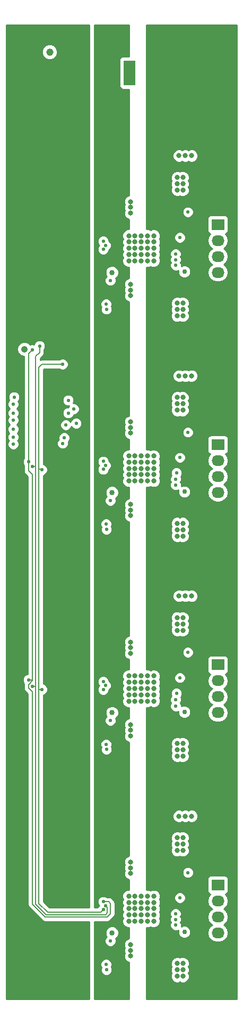
<source format=gbr>
G04 #@! TF.FileFunction,Copper,L3,Inr,Plane*
%FSLAX46Y46*%
G04 Gerber Fmt 4.6, Leading zero omitted, Abs format (unit mm)*
G04 Created by KiCad (PCBNEW 4.0.1-stable) date 07-10-2017 22:38:10*
%MOMM*%
G01*
G04 APERTURE LIST*
%ADD10C,0.100000*%
%ADD11C,0.800000*%
%ADD12R,2.032000X1.727200*%
%ADD13O,2.032000X1.727200*%
%ADD14R,1.980000X3.960000*%
%ADD15O,1.980000X3.960000*%
%ADD16C,0.550000*%
%ADD17C,0.850000*%
%ADD18C,0.750000*%
%ADD19C,1.050000*%
%ADD20C,1.150000*%
%ADD21C,0.650000*%
%ADD22C,0.203200*%
%ADD23C,0.254000*%
G04 APERTURE END LIST*
D10*
D11*
X255524000Y-216748500D03*
X252247400Y-181748500D03*
X252247400Y-180848000D03*
X252247400Y-179984400D03*
X259715000Y-246097000D03*
X259715000Y-211097000D03*
X259715000Y-176097000D03*
X260604000Y-246097000D03*
X260604000Y-211097000D03*
X260604000Y-176097000D03*
X259715000Y-248129000D03*
X259715000Y-213129000D03*
X259715000Y-178129000D03*
X260604000Y-247113000D03*
X260604000Y-212113000D03*
X260604000Y-177113000D03*
X260604000Y-248129000D03*
X260604000Y-213129000D03*
X260604000Y-178129000D03*
X259715000Y-247113000D03*
X259715000Y-212113000D03*
X259715000Y-177113000D03*
X252247400Y-249970500D03*
X252247400Y-214970500D03*
X252247400Y-250859500D03*
X252247400Y-215859500D03*
X255524000Y-251748500D03*
X255524000Y-181748500D03*
X256222500Y-251304000D03*
X256222500Y-216304000D03*
X256222500Y-181304000D03*
X252247400Y-251748500D03*
X252247400Y-216748500D03*
X261003800Y-242655300D03*
X261003800Y-207655300D03*
X261003800Y-172655300D03*
X267239500Y-242668000D03*
X267239500Y-207668000D03*
X267239500Y-172668000D03*
X265239500Y-242668000D03*
X265239500Y-207668000D03*
X265239500Y-172668000D03*
X262003800Y-242655300D03*
X262003800Y-207655300D03*
X262003800Y-172655300D03*
X260003800Y-242655300D03*
X260003800Y-207655300D03*
X260003800Y-172655300D03*
X266239500Y-242668000D03*
X266239500Y-207668000D03*
X266239500Y-172668000D03*
X252968000Y-258368000D03*
X252968000Y-223368000D03*
X252968000Y-188368000D03*
X251968000Y-258368000D03*
X251968000Y-223368000D03*
X251968000Y-188368000D03*
X251968000Y-259368000D03*
X251968000Y-224368000D03*
X251968000Y-189368000D03*
X252968000Y-259368000D03*
X252968000Y-224368000D03*
X252968000Y-189368000D03*
X259715000Y-267102800D03*
X259715000Y-232102800D03*
X259715000Y-197102800D03*
X260604000Y-267102800D03*
X260604000Y-232102800D03*
X260604000Y-197102800D03*
X259715000Y-266086800D03*
X259715000Y-231086800D03*
X259715000Y-196086800D03*
X260604000Y-266086800D03*
X260604000Y-231086800D03*
X260604000Y-196086800D03*
X259715000Y-268118800D03*
X259715000Y-233118800D03*
X259715000Y-198118800D03*
X260604000Y-268118800D03*
X260604000Y-233118800D03*
X260604000Y-198118800D03*
X252247400Y-264004000D03*
X252247400Y-229004000D03*
X252247400Y-194004000D03*
X252247400Y-264893000D03*
X252247400Y-229893000D03*
X252247400Y-194893000D03*
X252247400Y-263115000D03*
X252247400Y-228115000D03*
X252247400Y-193115000D03*
X253968000Y-255368000D03*
X253968000Y-220368000D03*
X253968000Y-185368000D03*
X253968000Y-257368000D03*
X253968000Y-222368000D03*
X253968000Y-187368000D03*
X254968000Y-256368000D03*
X254968000Y-221368000D03*
X254968000Y-186368000D03*
X254968000Y-255368000D03*
X254968000Y-220368000D03*
X254968000Y-185368000D03*
X253968000Y-256368000D03*
X253968000Y-221368000D03*
X253968000Y-186368000D03*
X254968000Y-257368000D03*
X254968000Y-222368000D03*
X254968000Y-187368000D03*
X255968000Y-258368000D03*
X255968000Y-223368000D03*
X255968000Y-188368000D03*
X254968000Y-259368000D03*
X254968000Y-224368000D03*
X254968000Y-189368000D03*
X255968000Y-259368000D03*
X255968000Y-224368000D03*
X255968000Y-189368000D03*
X254968000Y-258368000D03*
X254968000Y-223368000D03*
X254968000Y-188368000D03*
X253968000Y-258368000D03*
X253968000Y-223368000D03*
X253968000Y-188368000D03*
X253968000Y-259368000D03*
X253968000Y-224368000D03*
X253968000Y-189368000D03*
X251968000Y-255368000D03*
X251968000Y-220368000D03*
X251968000Y-185368000D03*
X252968000Y-255368000D03*
X252968000Y-220368000D03*
X252968000Y-185368000D03*
X251968000Y-256368000D03*
X251968000Y-221368000D03*
X251968000Y-186368000D03*
X252968000Y-256368000D03*
X252968000Y-221368000D03*
X252968000Y-186368000D03*
X252968000Y-257368000D03*
X252968000Y-222368000D03*
X252968000Y-187368000D03*
X251968000Y-257368000D03*
X251968000Y-222368000D03*
X251968000Y-187368000D03*
X255968000Y-256368000D03*
X255968000Y-221368000D03*
X255968000Y-186368000D03*
X255968000Y-257368000D03*
X255968000Y-222368000D03*
X255968000Y-187368000D03*
X255968000Y-255368000D03*
X255968000Y-220368000D03*
X255968000Y-185368000D03*
X256159000Y-263242000D03*
X256159000Y-228242000D03*
X256159000Y-193242000D03*
X255270000Y-263242000D03*
X255270000Y-228242000D03*
X255270000Y-193242000D03*
D12*
X266192000Y-253590000D03*
D13*
X266192000Y-256130000D03*
X266192000Y-258670000D03*
X266192000Y-261210000D03*
D12*
X266192000Y-218590000D03*
D13*
X266192000Y-221130000D03*
X266192000Y-223670000D03*
X266192000Y-226210000D03*
D12*
X266192000Y-183590000D03*
D13*
X266192000Y-186130000D03*
X266192000Y-188670000D03*
X266192000Y-191210000D03*
D11*
X267239500Y-137668000D03*
X266239500Y-137668000D03*
X265239500Y-137668000D03*
X262003800Y-137655300D03*
X261003800Y-137655300D03*
X260003800Y-137655300D03*
X256222500Y-146304000D03*
X255524000Y-146748500D03*
X256159000Y-158242000D03*
X255270000Y-158242000D03*
X252247400Y-159004000D03*
X252247400Y-158115000D03*
X252247400Y-159893000D03*
X260604000Y-163118800D03*
X260604000Y-161086800D03*
X260604000Y-162102800D03*
X259715000Y-163118800D03*
X259715000Y-162102800D03*
X259715000Y-161086800D03*
X252247400Y-145859500D03*
X252247400Y-144970500D03*
X252247400Y-146748500D03*
X259715000Y-142113000D03*
X260604000Y-142113000D03*
X260604000Y-141097000D03*
X259715000Y-141097000D03*
X259715000Y-143129000D03*
X260604000Y-143129000D03*
X255968000Y-154368000D03*
X254968000Y-154368000D03*
X253968000Y-154368000D03*
X252968000Y-154368000D03*
X251968000Y-154368000D03*
X255968000Y-153368000D03*
X254968000Y-153368000D03*
X253968000Y-153368000D03*
X252968000Y-153368000D03*
X251968000Y-153368000D03*
X255968000Y-152368000D03*
X254968000Y-152368000D03*
X253968000Y-152368000D03*
X252968000Y-152368000D03*
X251968000Y-152368000D03*
X255968000Y-151368000D03*
X254968000Y-151368000D03*
X253968000Y-151368000D03*
X252968000Y-151368000D03*
X251968000Y-151368000D03*
X255968000Y-150368000D03*
X254968000Y-150368000D03*
X253968000Y-150368000D03*
X252968000Y-150368000D03*
X251968000Y-150368000D03*
D12*
X266192000Y-148590000D03*
D13*
X266192000Y-151130000D03*
X266192000Y-153670000D03*
X266192000Y-156210000D03*
D14*
X252095000Y-124460000D03*
D15*
X257095000Y-124460000D03*
D16*
X260921500Y-254923500D03*
X260921500Y-219923500D03*
X260921500Y-184923500D03*
X260921500Y-149923500D03*
D17*
X249301000Y-261210000D03*
X249301000Y-226210000D03*
X249301000Y-191210000D03*
D16*
X261429500Y-251621500D03*
X261429500Y-216621500D03*
X261429500Y-181621500D03*
D18*
X260858000Y-261083000D03*
X260858000Y-226083000D03*
X260858000Y-191083000D03*
D17*
X249301000Y-156210000D03*
D19*
X235331000Y-168402000D03*
D20*
X239350800Y-121158000D03*
D16*
X261429500Y-146621500D03*
D18*
X260858000Y-156083000D03*
D21*
X244983000Y-254098000D03*
X244983000Y-219098000D03*
X244983000Y-184098000D03*
D16*
X260124000Y-255650000D03*
X260124000Y-220650000D03*
X260124000Y-185650000D03*
D19*
X239268000Y-168402000D03*
D21*
X244983000Y-149098000D03*
D20*
X241300000Y-130175000D03*
D16*
X260124000Y-150650000D03*
X259461000Y-154178000D03*
X248348500Y-161226500D03*
D18*
X247015000Y-259715000D03*
X247015000Y-224790000D03*
X247015000Y-189738000D03*
D19*
X250571000Y-266417000D03*
X250571000Y-231417000D03*
X250571000Y-196417000D03*
X247015000Y-154813000D03*
X250571000Y-161417000D03*
D20*
X247650000Y-122555000D03*
D16*
X259461000Y-155067000D03*
X249047000Y-157480000D03*
X236579980Y-168529000D03*
X235966000Y-186309000D03*
X235966000Y-220980000D03*
X247904000Y-256257000D03*
X247904000Y-221257000D03*
X247904000Y-186257000D03*
X247904000Y-151257000D03*
X237744000Y-167894000D03*
X236601000Y-187071000D03*
X236601000Y-221996000D03*
X248285000Y-256892000D03*
X248285000Y-221892000D03*
X248285000Y-186892000D03*
X248285000Y-151892000D03*
X238125000Y-187579000D03*
X238125000Y-222504000D03*
X247904000Y-257527000D03*
X247904000Y-222527000D03*
X247904000Y-187527000D03*
X241427000Y-170815000D03*
X247904000Y-152527000D03*
X259461000Y-153289000D03*
X248412000Y-162052000D03*
X259461000Y-259969000D03*
X249047000Y-262480000D03*
X241427000Y-183388000D03*
X233553000Y-183515000D03*
X233553000Y-182372000D03*
X241681000Y-182499000D03*
X259461000Y-258191000D03*
X248412000Y-267052000D03*
X259461000Y-225171000D03*
X241935000Y-180467000D03*
X233553000Y-181102000D03*
X249047000Y-227480000D03*
X233553000Y-179705000D03*
X243586000Y-180213000D03*
X259588000Y-223139000D03*
X248412000Y-232052000D03*
X259461000Y-189992000D03*
X243205000Y-177927000D03*
X249047000Y-192480000D03*
X233553000Y-177165000D03*
X233680000Y-176022000D03*
X242316000Y-176530000D03*
X259588000Y-188087000D03*
X242316000Y-178562000D03*
X233553000Y-178562000D03*
X248412000Y-197052000D03*
X259461000Y-189103000D03*
X248348500Y-196226500D03*
X259461000Y-224155000D03*
X248348500Y-231226500D03*
X259461000Y-259080000D03*
X248348500Y-266226500D03*
D22*
X235966000Y-169142980D02*
X236304981Y-168803999D01*
X235966000Y-186817000D02*
X235966000Y-169142980D01*
X236304981Y-168803999D02*
X236579980Y-168529000D01*
X235966000Y-186817000D02*
X235966000Y-186309000D01*
X236601000Y-188341000D02*
X236601000Y-220853000D01*
X235966000Y-186817000D02*
X235966000Y-187706000D01*
X235966000Y-187706000D02*
X236601000Y-188341000D01*
X247904000Y-256257000D02*
X248764000Y-256257000D01*
X248764000Y-256257000D02*
X249047000Y-256540000D01*
X249047000Y-256540000D02*
X249047000Y-258191000D01*
X235966000Y-221742000D02*
X236601000Y-221107000D01*
X249047000Y-258191000D02*
X248539000Y-258699000D01*
X248539000Y-258699000D02*
X238633000Y-258699000D01*
X236601000Y-222885000D02*
X235966000Y-222250000D01*
X238633000Y-258699000D02*
X236601000Y-256667000D01*
X235966000Y-222250000D02*
X235966000Y-221742000D01*
X236601000Y-256667000D02*
X236601000Y-222885000D01*
X236601000Y-221107000D02*
X236474000Y-220980000D01*
X236474000Y-220980000D02*
X235966000Y-220980000D01*
X236601000Y-221107000D02*
X236601000Y-220853000D01*
X237109000Y-169545000D02*
X237744000Y-168910000D01*
X237744000Y-168910000D02*
X237744000Y-167894000D01*
X237109000Y-169672000D02*
X237109000Y-186817000D01*
X237109000Y-169672000D02*
X237109000Y-169545000D01*
X237109000Y-187071000D02*
X237109000Y-221996000D01*
X237109000Y-186817000D02*
X237109000Y-187071000D01*
X237109000Y-187071000D02*
X236601000Y-187071000D01*
X237109000Y-221996000D02*
X236601000Y-221996000D01*
X237109000Y-221996000D02*
X237109000Y-256625988D01*
X237109000Y-256625988D02*
X238801012Y-258318000D01*
X238801012Y-258318000D02*
X248285000Y-258318000D01*
X248285000Y-258318000D02*
X248559999Y-258043001D01*
X248559999Y-258043001D02*
X248559999Y-257166999D01*
X248559999Y-257166999D02*
X248285000Y-256892000D01*
X247494000Y-257937000D02*
X247904000Y-257527000D01*
X237617000Y-187452000D02*
X237617000Y-222504000D01*
X237617000Y-171323000D02*
X237617000Y-187452000D01*
X237617000Y-187452000D02*
X237998000Y-187452000D01*
X237998000Y-187452000D02*
X238125000Y-187579000D01*
X237617000Y-222504000D02*
X237617000Y-256540000D01*
X237617000Y-222504000D02*
X238125000Y-222504000D01*
X241427000Y-170815000D02*
X238125000Y-170815000D01*
X238125000Y-170815000D02*
X237617000Y-171323000D01*
X237617000Y-256540000D02*
X239014000Y-257937000D01*
X239014000Y-257937000D02*
X247494000Y-257937000D01*
D23*
G36*
X269165000Y-271705000D02*
X254762000Y-271705000D01*
X254762000Y-266291771D01*
X258679821Y-266291771D01*
X258805144Y-266595076D01*
X258680180Y-266896023D01*
X258679821Y-267307771D01*
X258805144Y-267611076D01*
X258680180Y-267912023D01*
X258679821Y-268323771D01*
X258837058Y-268704315D01*
X259127954Y-268995719D01*
X259508223Y-269153620D01*
X259919971Y-269153979D01*
X260159619Y-269054959D01*
X260397223Y-269153620D01*
X260808971Y-269153979D01*
X261189515Y-268996742D01*
X261480919Y-268705846D01*
X261638820Y-268325577D01*
X261639179Y-267913829D01*
X261513856Y-267610524D01*
X261638820Y-267309577D01*
X261639179Y-266897829D01*
X261513856Y-266594524D01*
X261638820Y-266293577D01*
X261639179Y-265881829D01*
X261481942Y-265501285D01*
X261191046Y-265209881D01*
X260810777Y-265051980D01*
X260399029Y-265051621D01*
X260159381Y-265150641D01*
X259921777Y-265051980D01*
X259510029Y-265051621D01*
X259129485Y-265208858D01*
X258838081Y-265499754D01*
X258680180Y-265880023D01*
X258679821Y-266291771D01*
X254762000Y-266291771D01*
X254762000Y-260402821D01*
X255172971Y-260403179D01*
X255468256Y-260281170D01*
X255761223Y-260402820D01*
X256172971Y-260403179D01*
X256553515Y-260245942D01*
X256844919Y-259955046D01*
X257002820Y-259574777D01*
X257003179Y-259163029D01*
X256881170Y-258867744D01*
X257002820Y-258574777D01*
X257002997Y-258371216D01*
X258550842Y-258371216D01*
X258660140Y-258635737D01*
X258551158Y-258898196D01*
X258550842Y-259260216D01*
X258660140Y-259524737D01*
X258551158Y-259787196D01*
X258550842Y-260149216D01*
X258689090Y-260483800D01*
X258944853Y-260740011D01*
X259279196Y-260878842D01*
X259641216Y-260879158D01*
X259892071Y-260775506D01*
X259848176Y-260881217D01*
X259847825Y-261283020D01*
X260001264Y-261654372D01*
X260285134Y-261938737D01*
X260656217Y-262092824D01*
X261058020Y-262093175D01*
X261429372Y-261939736D01*
X261713737Y-261655866D01*
X261867824Y-261284783D01*
X261868175Y-260882980D01*
X261714736Y-260511628D01*
X261430866Y-260227263D01*
X261059783Y-260073176D01*
X260657980Y-260072825D01*
X260350460Y-260199889D01*
X260370842Y-260150804D01*
X260371158Y-259788784D01*
X260261860Y-259524263D01*
X260370842Y-259261804D01*
X260371158Y-258899784D01*
X260261860Y-258635263D01*
X260370842Y-258372804D01*
X260371158Y-258010784D01*
X260232910Y-257676200D01*
X259977147Y-257419989D01*
X259642804Y-257281158D01*
X259280784Y-257280842D01*
X258946200Y-257419090D01*
X258689989Y-257674853D01*
X258551158Y-258009196D01*
X258550842Y-258371216D01*
X257002997Y-258371216D01*
X257003179Y-258163029D01*
X256881170Y-257867744D01*
X257002820Y-257574777D01*
X257003179Y-257163029D01*
X256881170Y-256867744D01*
X257002820Y-256574777D01*
X257003179Y-256163029D01*
X256881170Y-255867744D01*
X256896752Y-255830216D01*
X259213842Y-255830216D01*
X259352090Y-256164800D01*
X259607853Y-256421011D01*
X259942196Y-256559842D01*
X260304216Y-256560158D01*
X260638800Y-256421910D01*
X260895011Y-256166147D01*
X260910020Y-256130000D01*
X264508655Y-256130000D01*
X264622729Y-256703489D01*
X264947585Y-257189670D01*
X265262366Y-257400000D01*
X264947585Y-257610330D01*
X264622729Y-258096511D01*
X264508655Y-258670000D01*
X264622729Y-259243489D01*
X264947585Y-259729670D01*
X265262366Y-259940000D01*
X264947585Y-260150330D01*
X264622729Y-260636511D01*
X264508655Y-261210000D01*
X264622729Y-261783489D01*
X264947585Y-262269670D01*
X265433766Y-262594526D01*
X266007255Y-262708600D01*
X266376745Y-262708600D01*
X266950234Y-262594526D01*
X267436415Y-262269670D01*
X267761271Y-261783489D01*
X267875345Y-261210000D01*
X267761271Y-260636511D01*
X267436415Y-260150330D01*
X267121634Y-259940000D01*
X267436415Y-259729670D01*
X267761271Y-259243489D01*
X267875345Y-258670000D01*
X267761271Y-258096511D01*
X267436415Y-257610330D01*
X267121634Y-257400000D01*
X267436415Y-257189670D01*
X267761271Y-256703489D01*
X267875345Y-256130000D01*
X267761271Y-255556511D01*
X267436415Y-255070330D01*
X267422087Y-255060757D01*
X267443317Y-255056762D01*
X267659441Y-254917690D01*
X267804431Y-254705490D01*
X267855440Y-254453600D01*
X267855440Y-252726400D01*
X267811162Y-252491083D01*
X267672090Y-252274959D01*
X267459890Y-252129969D01*
X267208000Y-252078960D01*
X265176000Y-252078960D01*
X264940683Y-252123238D01*
X264724559Y-252262310D01*
X264579569Y-252474510D01*
X264528560Y-252726400D01*
X264528560Y-254453600D01*
X264572838Y-254688917D01*
X264711910Y-254905041D01*
X264924110Y-255050031D01*
X264965439Y-255058400D01*
X264947585Y-255070330D01*
X264622729Y-255556511D01*
X264508655Y-256130000D01*
X260910020Y-256130000D01*
X261033842Y-255831804D01*
X261034158Y-255469784D01*
X260895910Y-255135200D01*
X260640147Y-254878989D01*
X260305804Y-254740158D01*
X259943784Y-254739842D01*
X259609200Y-254878090D01*
X259352989Y-255133853D01*
X259214158Y-255468196D01*
X259213842Y-255830216D01*
X256896752Y-255830216D01*
X257002820Y-255574777D01*
X257003179Y-255163029D01*
X256845942Y-254782485D01*
X256555046Y-254491081D01*
X256174777Y-254333180D01*
X255763029Y-254332821D01*
X255467744Y-254454830D01*
X255174777Y-254333180D01*
X254763029Y-254332821D01*
X254762000Y-254333246D01*
X254762000Y-251801716D01*
X260519342Y-251801716D01*
X260657590Y-252136300D01*
X260913353Y-252392511D01*
X261247696Y-252531342D01*
X261609716Y-252531658D01*
X261944300Y-252393410D01*
X262200511Y-252137647D01*
X262339342Y-251803304D01*
X262339658Y-251441284D01*
X262201410Y-251106700D01*
X261945647Y-250850489D01*
X261611304Y-250711658D01*
X261249284Y-250711342D01*
X260914700Y-250849590D01*
X260658489Y-251105353D01*
X260519658Y-251439696D01*
X260519342Y-251801716D01*
X254762000Y-251801716D01*
X254762000Y-246301971D01*
X258679821Y-246301971D01*
X258805144Y-246605276D01*
X258680180Y-246906223D01*
X258679821Y-247317971D01*
X258805144Y-247621276D01*
X258680180Y-247922223D01*
X258679821Y-248333971D01*
X258837058Y-248714515D01*
X259127954Y-249005919D01*
X259508223Y-249163820D01*
X259919971Y-249164179D01*
X260159619Y-249065159D01*
X260397223Y-249163820D01*
X260808971Y-249164179D01*
X261189515Y-249006942D01*
X261480919Y-248716046D01*
X261638820Y-248335777D01*
X261639179Y-247924029D01*
X261513856Y-247620724D01*
X261638820Y-247319777D01*
X261639179Y-246908029D01*
X261513856Y-246604724D01*
X261638820Y-246303777D01*
X261639179Y-245892029D01*
X261481942Y-245511485D01*
X261191046Y-245220081D01*
X260810777Y-245062180D01*
X260399029Y-245061821D01*
X260159381Y-245160841D01*
X259921777Y-245062180D01*
X259510029Y-245061821D01*
X259129485Y-245219058D01*
X258838081Y-245509954D01*
X258680180Y-245890223D01*
X258679821Y-246301971D01*
X254762000Y-246301971D01*
X254762000Y-242860271D01*
X258968621Y-242860271D01*
X259125858Y-243240815D01*
X259416754Y-243532219D01*
X259797023Y-243690120D01*
X260208771Y-243690479D01*
X260504056Y-243568470D01*
X260797023Y-243690120D01*
X261208771Y-243690479D01*
X261504056Y-243568470D01*
X261797023Y-243690120D01*
X262208771Y-243690479D01*
X262589315Y-243533242D01*
X262880719Y-243242346D01*
X263038620Y-242862077D01*
X263038979Y-242450329D01*
X262881742Y-242069785D01*
X262590846Y-241778381D01*
X262210577Y-241620480D01*
X261798829Y-241620121D01*
X261503544Y-241742130D01*
X261210577Y-241620480D01*
X260798829Y-241620121D01*
X260503544Y-241742130D01*
X260210577Y-241620480D01*
X259798829Y-241620121D01*
X259418285Y-241777358D01*
X259126881Y-242068254D01*
X258968980Y-242448523D01*
X258968621Y-242860271D01*
X254762000Y-242860271D01*
X254762000Y-231291771D01*
X258679821Y-231291771D01*
X258805144Y-231595076D01*
X258680180Y-231896023D01*
X258679821Y-232307771D01*
X258805144Y-232611076D01*
X258680180Y-232912023D01*
X258679821Y-233323771D01*
X258837058Y-233704315D01*
X259127954Y-233995719D01*
X259508223Y-234153620D01*
X259919971Y-234153979D01*
X260159619Y-234054959D01*
X260397223Y-234153620D01*
X260808971Y-234153979D01*
X261189515Y-233996742D01*
X261480919Y-233705846D01*
X261638820Y-233325577D01*
X261639179Y-232913829D01*
X261513856Y-232610524D01*
X261638820Y-232309577D01*
X261639179Y-231897829D01*
X261513856Y-231594524D01*
X261638820Y-231293577D01*
X261639179Y-230881829D01*
X261481942Y-230501285D01*
X261191046Y-230209881D01*
X260810777Y-230051980D01*
X260399029Y-230051621D01*
X260159381Y-230150641D01*
X259921777Y-230051980D01*
X259510029Y-230051621D01*
X259129485Y-230208858D01*
X258838081Y-230499754D01*
X258680180Y-230880023D01*
X258679821Y-231291771D01*
X254762000Y-231291771D01*
X254762000Y-225402821D01*
X255172971Y-225403179D01*
X255468256Y-225281170D01*
X255761223Y-225402820D01*
X256172971Y-225403179D01*
X256553515Y-225245942D01*
X256844919Y-224955046D01*
X257002820Y-224574777D01*
X257003028Y-224335216D01*
X258550842Y-224335216D01*
X258686443Y-224663393D01*
X258551158Y-224989196D01*
X258550842Y-225351216D01*
X258689090Y-225685800D01*
X258944853Y-225942011D01*
X259279196Y-226080842D01*
X259641216Y-226081158D01*
X259848076Y-225995685D01*
X259847825Y-226283020D01*
X260001264Y-226654372D01*
X260285134Y-226938737D01*
X260656217Y-227092824D01*
X261058020Y-227093175D01*
X261429372Y-226939736D01*
X261713737Y-226655866D01*
X261867824Y-226284783D01*
X261868175Y-225882980D01*
X261714736Y-225511628D01*
X261430866Y-225227263D01*
X261059783Y-225073176D01*
X260657980Y-225072825D01*
X260370983Y-225191409D01*
X260371158Y-224990784D01*
X260235557Y-224662607D01*
X260370842Y-224336804D01*
X260371158Y-223974784D01*
X260274107Y-223739903D01*
X260359011Y-223655147D01*
X260497842Y-223320804D01*
X260498158Y-222958784D01*
X260359910Y-222624200D01*
X260104147Y-222367989D01*
X259769804Y-222229158D01*
X259407784Y-222228842D01*
X259073200Y-222367090D01*
X258816989Y-222622853D01*
X258678158Y-222957196D01*
X258677842Y-223319216D01*
X258774893Y-223554097D01*
X258689989Y-223638853D01*
X258551158Y-223973196D01*
X258550842Y-224335216D01*
X257003028Y-224335216D01*
X257003179Y-224163029D01*
X256881170Y-223867744D01*
X257002820Y-223574777D01*
X257003179Y-223163029D01*
X256881170Y-222867744D01*
X257002820Y-222574777D01*
X257003179Y-222163029D01*
X256881170Y-221867744D01*
X257002820Y-221574777D01*
X257003179Y-221163029D01*
X256881170Y-220867744D01*
X256896752Y-220830216D01*
X259213842Y-220830216D01*
X259352090Y-221164800D01*
X259607853Y-221421011D01*
X259942196Y-221559842D01*
X260304216Y-221560158D01*
X260638800Y-221421910D01*
X260895011Y-221166147D01*
X260910020Y-221130000D01*
X264508655Y-221130000D01*
X264622729Y-221703489D01*
X264947585Y-222189670D01*
X265262366Y-222400000D01*
X264947585Y-222610330D01*
X264622729Y-223096511D01*
X264508655Y-223670000D01*
X264622729Y-224243489D01*
X264947585Y-224729670D01*
X265262366Y-224940000D01*
X264947585Y-225150330D01*
X264622729Y-225636511D01*
X264508655Y-226210000D01*
X264622729Y-226783489D01*
X264947585Y-227269670D01*
X265433766Y-227594526D01*
X266007255Y-227708600D01*
X266376745Y-227708600D01*
X266950234Y-227594526D01*
X267436415Y-227269670D01*
X267761271Y-226783489D01*
X267875345Y-226210000D01*
X267761271Y-225636511D01*
X267436415Y-225150330D01*
X267121634Y-224940000D01*
X267436415Y-224729670D01*
X267761271Y-224243489D01*
X267875345Y-223670000D01*
X267761271Y-223096511D01*
X267436415Y-222610330D01*
X267121634Y-222400000D01*
X267436415Y-222189670D01*
X267761271Y-221703489D01*
X267875345Y-221130000D01*
X267761271Y-220556511D01*
X267436415Y-220070330D01*
X267422087Y-220060757D01*
X267443317Y-220056762D01*
X267659441Y-219917690D01*
X267804431Y-219705490D01*
X267855440Y-219453600D01*
X267855440Y-217726400D01*
X267811162Y-217491083D01*
X267672090Y-217274959D01*
X267459890Y-217129969D01*
X267208000Y-217078960D01*
X265176000Y-217078960D01*
X264940683Y-217123238D01*
X264724559Y-217262310D01*
X264579569Y-217474510D01*
X264528560Y-217726400D01*
X264528560Y-219453600D01*
X264572838Y-219688917D01*
X264711910Y-219905041D01*
X264924110Y-220050031D01*
X264965439Y-220058400D01*
X264947585Y-220070330D01*
X264622729Y-220556511D01*
X264508655Y-221130000D01*
X260910020Y-221130000D01*
X261033842Y-220831804D01*
X261034158Y-220469784D01*
X260895910Y-220135200D01*
X260640147Y-219878989D01*
X260305804Y-219740158D01*
X259943784Y-219739842D01*
X259609200Y-219878090D01*
X259352989Y-220133853D01*
X259214158Y-220468196D01*
X259213842Y-220830216D01*
X256896752Y-220830216D01*
X257002820Y-220574777D01*
X257003179Y-220163029D01*
X256845942Y-219782485D01*
X256555046Y-219491081D01*
X256174777Y-219333180D01*
X255763029Y-219332821D01*
X255467744Y-219454830D01*
X255174777Y-219333180D01*
X254763029Y-219332821D01*
X254762000Y-219333246D01*
X254762000Y-216801716D01*
X260519342Y-216801716D01*
X260657590Y-217136300D01*
X260913353Y-217392511D01*
X261247696Y-217531342D01*
X261609716Y-217531658D01*
X261944300Y-217393410D01*
X262200511Y-217137647D01*
X262339342Y-216803304D01*
X262339658Y-216441284D01*
X262201410Y-216106700D01*
X261945647Y-215850489D01*
X261611304Y-215711658D01*
X261249284Y-215711342D01*
X260914700Y-215849590D01*
X260658489Y-216105353D01*
X260519658Y-216439696D01*
X260519342Y-216801716D01*
X254762000Y-216801716D01*
X254762000Y-211301971D01*
X258679821Y-211301971D01*
X258805144Y-211605276D01*
X258680180Y-211906223D01*
X258679821Y-212317971D01*
X258805144Y-212621276D01*
X258680180Y-212922223D01*
X258679821Y-213333971D01*
X258837058Y-213714515D01*
X259127954Y-214005919D01*
X259508223Y-214163820D01*
X259919971Y-214164179D01*
X260159619Y-214065159D01*
X260397223Y-214163820D01*
X260808971Y-214164179D01*
X261189515Y-214006942D01*
X261480919Y-213716046D01*
X261638820Y-213335777D01*
X261639179Y-212924029D01*
X261513856Y-212620724D01*
X261638820Y-212319777D01*
X261639179Y-211908029D01*
X261513856Y-211604724D01*
X261638820Y-211303777D01*
X261639179Y-210892029D01*
X261481942Y-210511485D01*
X261191046Y-210220081D01*
X260810777Y-210062180D01*
X260399029Y-210061821D01*
X260159381Y-210160841D01*
X259921777Y-210062180D01*
X259510029Y-210061821D01*
X259129485Y-210219058D01*
X258838081Y-210509954D01*
X258680180Y-210890223D01*
X258679821Y-211301971D01*
X254762000Y-211301971D01*
X254762000Y-207860271D01*
X258968621Y-207860271D01*
X259125858Y-208240815D01*
X259416754Y-208532219D01*
X259797023Y-208690120D01*
X260208771Y-208690479D01*
X260504056Y-208568470D01*
X260797023Y-208690120D01*
X261208771Y-208690479D01*
X261504056Y-208568470D01*
X261797023Y-208690120D01*
X262208771Y-208690479D01*
X262589315Y-208533242D01*
X262880719Y-208242346D01*
X263038620Y-207862077D01*
X263038979Y-207450329D01*
X262881742Y-207069785D01*
X262590846Y-206778381D01*
X262210577Y-206620480D01*
X261798829Y-206620121D01*
X261503544Y-206742130D01*
X261210577Y-206620480D01*
X260798829Y-206620121D01*
X260503544Y-206742130D01*
X260210577Y-206620480D01*
X259798829Y-206620121D01*
X259418285Y-206777358D01*
X259126881Y-207068254D01*
X258968980Y-207448523D01*
X258968621Y-207860271D01*
X254762000Y-207860271D01*
X254762000Y-196291771D01*
X258679821Y-196291771D01*
X258805144Y-196595076D01*
X258680180Y-196896023D01*
X258679821Y-197307771D01*
X258805144Y-197611076D01*
X258680180Y-197912023D01*
X258679821Y-198323771D01*
X258837058Y-198704315D01*
X259127954Y-198995719D01*
X259508223Y-199153620D01*
X259919971Y-199153979D01*
X260159619Y-199054959D01*
X260397223Y-199153620D01*
X260808971Y-199153979D01*
X261189515Y-198996742D01*
X261480919Y-198705846D01*
X261638820Y-198325577D01*
X261639179Y-197913829D01*
X261513856Y-197610524D01*
X261638820Y-197309577D01*
X261639179Y-196897829D01*
X261513856Y-196594524D01*
X261638820Y-196293577D01*
X261639179Y-195881829D01*
X261481942Y-195501285D01*
X261191046Y-195209881D01*
X260810777Y-195051980D01*
X260399029Y-195051621D01*
X260159381Y-195150641D01*
X259921777Y-195051980D01*
X259510029Y-195051621D01*
X259129485Y-195208858D01*
X258838081Y-195499754D01*
X258680180Y-195880023D01*
X258679821Y-196291771D01*
X254762000Y-196291771D01*
X254762000Y-190402821D01*
X255172971Y-190403179D01*
X255468256Y-190281170D01*
X255761223Y-190402820D01*
X256172971Y-190403179D01*
X256553515Y-190245942D01*
X256844919Y-189955046D01*
X257002820Y-189574777D01*
X257003074Y-189283216D01*
X258550842Y-189283216D01*
X258660140Y-189547737D01*
X258551158Y-189810196D01*
X258550842Y-190172216D01*
X258689090Y-190506800D01*
X258944853Y-190763011D01*
X259279196Y-190901842D01*
X259641216Y-190902158D01*
X259880542Y-190803270D01*
X259848176Y-190881217D01*
X259847825Y-191283020D01*
X260001264Y-191654372D01*
X260285134Y-191938737D01*
X260656217Y-192092824D01*
X261058020Y-192093175D01*
X261429372Y-191939736D01*
X261713737Y-191655866D01*
X261867824Y-191284783D01*
X261868175Y-190882980D01*
X261714736Y-190511628D01*
X261430866Y-190227263D01*
X261059783Y-190073176D01*
X260657980Y-190072825D01*
X260361988Y-190195126D01*
X260370842Y-190173804D01*
X260371158Y-189811784D01*
X260261860Y-189547263D01*
X260370842Y-189284804D01*
X260371158Y-188922784D01*
X260274107Y-188687903D01*
X260359011Y-188603147D01*
X260497842Y-188268804D01*
X260498158Y-187906784D01*
X260359910Y-187572200D01*
X260104147Y-187315989D01*
X259769804Y-187177158D01*
X259407784Y-187176842D01*
X259073200Y-187315090D01*
X258816989Y-187570853D01*
X258678158Y-187905196D01*
X258677842Y-188267216D01*
X258774893Y-188502097D01*
X258689989Y-188586853D01*
X258551158Y-188921196D01*
X258550842Y-189283216D01*
X257003074Y-189283216D01*
X257003179Y-189163029D01*
X256881170Y-188867744D01*
X257002820Y-188574777D01*
X257003179Y-188163029D01*
X256881170Y-187867744D01*
X257002820Y-187574777D01*
X257003179Y-187163029D01*
X256881170Y-186867744D01*
X257002820Y-186574777D01*
X257003179Y-186163029D01*
X256881170Y-185867744D01*
X256896752Y-185830216D01*
X259213842Y-185830216D01*
X259352090Y-186164800D01*
X259607853Y-186421011D01*
X259942196Y-186559842D01*
X260304216Y-186560158D01*
X260638800Y-186421910D01*
X260895011Y-186166147D01*
X260910020Y-186130000D01*
X264508655Y-186130000D01*
X264622729Y-186703489D01*
X264947585Y-187189670D01*
X265262366Y-187400000D01*
X264947585Y-187610330D01*
X264622729Y-188096511D01*
X264508655Y-188670000D01*
X264622729Y-189243489D01*
X264947585Y-189729670D01*
X265262366Y-189940000D01*
X264947585Y-190150330D01*
X264622729Y-190636511D01*
X264508655Y-191210000D01*
X264622729Y-191783489D01*
X264947585Y-192269670D01*
X265433766Y-192594526D01*
X266007255Y-192708600D01*
X266376745Y-192708600D01*
X266950234Y-192594526D01*
X267436415Y-192269670D01*
X267761271Y-191783489D01*
X267875345Y-191210000D01*
X267761271Y-190636511D01*
X267436415Y-190150330D01*
X267121634Y-189940000D01*
X267436415Y-189729670D01*
X267761271Y-189243489D01*
X267875345Y-188670000D01*
X267761271Y-188096511D01*
X267436415Y-187610330D01*
X267121634Y-187400000D01*
X267436415Y-187189670D01*
X267761271Y-186703489D01*
X267875345Y-186130000D01*
X267761271Y-185556511D01*
X267436415Y-185070330D01*
X267422087Y-185060757D01*
X267443317Y-185056762D01*
X267659441Y-184917690D01*
X267804431Y-184705490D01*
X267855440Y-184453600D01*
X267855440Y-182726400D01*
X267811162Y-182491083D01*
X267672090Y-182274959D01*
X267459890Y-182129969D01*
X267208000Y-182078960D01*
X265176000Y-182078960D01*
X264940683Y-182123238D01*
X264724559Y-182262310D01*
X264579569Y-182474510D01*
X264528560Y-182726400D01*
X264528560Y-184453600D01*
X264572838Y-184688917D01*
X264711910Y-184905041D01*
X264924110Y-185050031D01*
X264965439Y-185058400D01*
X264947585Y-185070330D01*
X264622729Y-185556511D01*
X264508655Y-186130000D01*
X260910020Y-186130000D01*
X261033842Y-185831804D01*
X261034158Y-185469784D01*
X260895910Y-185135200D01*
X260640147Y-184878989D01*
X260305804Y-184740158D01*
X259943784Y-184739842D01*
X259609200Y-184878090D01*
X259352989Y-185133853D01*
X259214158Y-185468196D01*
X259213842Y-185830216D01*
X256896752Y-185830216D01*
X257002820Y-185574777D01*
X257003179Y-185163029D01*
X256845942Y-184782485D01*
X256555046Y-184491081D01*
X256174777Y-184333180D01*
X255763029Y-184332821D01*
X255467744Y-184454830D01*
X255174777Y-184333180D01*
X254763029Y-184332821D01*
X254762000Y-184333246D01*
X254762000Y-181801716D01*
X260519342Y-181801716D01*
X260657590Y-182136300D01*
X260913353Y-182392511D01*
X261247696Y-182531342D01*
X261609716Y-182531658D01*
X261944300Y-182393410D01*
X262200511Y-182137647D01*
X262339342Y-181803304D01*
X262339658Y-181441284D01*
X262201410Y-181106700D01*
X261945647Y-180850489D01*
X261611304Y-180711658D01*
X261249284Y-180711342D01*
X260914700Y-180849590D01*
X260658489Y-181105353D01*
X260519658Y-181439696D01*
X260519342Y-181801716D01*
X254762000Y-181801716D01*
X254762000Y-176301971D01*
X258679821Y-176301971D01*
X258805144Y-176605276D01*
X258680180Y-176906223D01*
X258679821Y-177317971D01*
X258805144Y-177621276D01*
X258680180Y-177922223D01*
X258679821Y-178333971D01*
X258837058Y-178714515D01*
X259127954Y-179005919D01*
X259508223Y-179163820D01*
X259919971Y-179164179D01*
X260159619Y-179065159D01*
X260397223Y-179163820D01*
X260808971Y-179164179D01*
X261189515Y-179006942D01*
X261480919Y-178716046D01*
X261638820Y-178335777D01*
X261639179Y-177924029D01*
X261513856Y-177620724D01*
X261638820Y-177319777D01*
X261639179Y-176908029D01*
X261513856Y-176604724D01*
X261638820Y-176303777D01*
X261639179Y-175892029D01*
X261481942Y-175511485D01*
X261191046Y-175220081D01*
X260810777Y-175062180D01*
X260399029Y-175061821D01*
X260159381Y-175160841D01*
X259921777Y-175062180D01*
X259510029Y-175061821D01*
X259129485Y-175219058D01*
X258838081Y-175509954D01*
X258680180Y-175890223D01*
X258679821Y-176301971D01*
X254762000Y-176301971D01*
X254762000Y-172860271D01*
X258968621Y-172860271D01*
X259125858Y-173240815D01*
X259416754Y-173532219D01*
X259797023Y-173690120D01*
X260208771Y-173690479D01*
X260504056Y-173568470D01*
X260797023Y-173690120D01*
X261208771Y-173690479D01*
X261504056Y-173568470D01*
X261797023Y-173690120D01*
X262208771Y-173690479D01*
X262589315Y-173533242D01*
X262880719Y-173242346D01*
X263038620Y-172862077D01*
X263038979Y-172450329D01*
X262881742Y-172069785D01*
X262590846Y-171778381D01*
X262210577Y-171620480D01*
X261798829Y-171620121D01*
X261503544Y-171742130D01*
X261210577Y-171620480D01*
X260798829Y-171620121D01*
X260503544Y-171742130D01*
X260210577Y-171620480D01*
X259798829Y-171620121D01*
X259418285Y-171777358D01*
X259126881Y-172068254D01*
X258968980Y-172448523D01*
X258968621Y-172860271D01*
X254762000Y-172860271D01*
X254762000Y-161291771D01*
X258679821Y-161291771D01*
X258805144Y-161595076D01*
X258680180Y-161896023D01*
X258679821Y-162307771D01*
X258805144Y-162611076D01*
X258680180Y-162912023D01*
X258679821Y-163323771D01*
X258837058Y-163704315D01*
X259127954Y-163995719D01*
X259508223Y-164153620D01*
X259919971Y-164153979D01*
X260159619Y-164054959D01*
X260397223Y-164153620D01*
X260808971Y-164153979D01*
X261189515Y-163996742D01*
X261480919Y-163705846D01*
X261638820Y-163325577D01*
X261639179Y-162913829D01*
X261513856Y-162610524D01*
X261638820Y-162309577D01*
X261639179Y-161897829D01*
X261513856Y-161594524D01*
X261638820Y-161293577D01*
X261639179Y-160881829D01*
X261481942Y-160501285D01*
X261191046Y-160209881D01*
X260810777Y-160051980D01*
X260399029Y-160051621D01*
X260159381Y-160150641D01*
X259921777Y-160051980D01*
X259510029Y-160051621D01*
X259129485Y-160208858D01*
X258838081Y-160499754D01*
X258680180Y-160880023D01*
X258679821Y-161291771D01*
X254762000Y-161291771D01*
X254762000Y-155402821D01*
X255172971Y-155403179D01*
X255468256Y-155281170D01*
X255761223Y-155402820D01*
X256172971Y-155403179D01*
X256553515Y-155245942D01*
X256844919Y-154955046D01*
X257002820Y-154574777D01*
X257003179Y-154163029D01*
X256881170Y-153867744D01*
X257002820Y-153574777D01*
X257002912Y-153469216D01*
X258550842Y-153469216D01*
X258660140Y-153733737D01*
X258551158Y-153996196D01*
X258550842Y-154358216D01*
X258660140Y-154622737D01*
X258551158Y-154885196D01*
X258550842Y-155247216D01*
X258689090Y-155581800D01*
X258944853Y-155838011D01*
X259279196Y-155976842D01*
X259641216Y-155977158D01*
X259848167Y-155891647D01*
X259847825Y-156283020D01*
X260001264Y-156654372D01*
X260285134Y-156938737D01*
X260656217Y-157092824D01*
X261058020Y-157093175D01*
X261429372Y-156939736D01*
X261713737Y-156655866D01*
X261867824Y-156284783D01*
X261868175Y-155882980D01*
X261714736Y-155511628D01*
X261430866Y-155227263D01*
X261059783Y-155073176D01*
X260657980Y-155072825D01*
X260370892Y-155191447D01*
X260371158Y-154886784D01*
X260261860Y-154622263D01*
X260370842Y-154359804D01*
X260371158Y-153997784D01*
X260261860Y-153733263D01*
X260370842Y-153470804D01*
X260371158Y-153108784D01*
X260232910Y-152774200D01*
X259977147Y-152517989D01*
X259642804Y-152379158D01*
X259280784Y-152378842D01*
X258946200Y-152517090D01*
X258689989Y-152772853D01*
X258551158Y-153107196D01*
X258550842Y-153469216D01*
X257002912Y-153469216D01*
X257003179Y-153163029D01*
X256881170Y-152867744D01*
X257002820Y-152574777D01*
X257003179Y-152163029D01*
X256881170Y-151867744D01*
X257002820Y-151574777D01*
X257003179Y-151163029D01*
X256881170Y-150867744D01*
X256896752Y-150830216D01*
X259213842Y-150830216D01*
X259352090Y-151164800D01*
X259607853Y-151421011D01*
X259942196Y-151559842D01*
X260304216Y-151560158D01*
X260638800Y-151421910D01*
X260895011Y-151166147D01*
X260910020Y-151130000D01*
X264508655Y-151130000D01*
X264622729Y-151703489D01*
X264947585Y-152189670D01*
X265262366Y-152400000D01*
X264947585Y-152610330D01*
X264622729Y-153096511D01*
X264508655Y-153670000D01*
X264622729Y-154243489D01*
X264947585Y-154729670D01*
X265262366Y-154940000D01*
X264947585Y-155150330D01*
X264622729Y-155636511D01*
X264508655Y-156210000D01*
X264622729Y-156783489D01*
X264947585Y-157269670D01*
X265433766Y-157594526D01*
X266007255Y-157708600D01*
X266376745Y-157708600D01*
X266950234Y-157594526D01*
X267436415Y-157269670D01*
X267761271Y-156783489D01*
X267875345Y-156210000D01*
X267761271Y-155636511D01*
X267436415Y-155150330D01*
X267121634Y-154940000D01*
X267436415Y-154729670D01*
X267761271Y-154243489D01*
X267875345Y-153670000D01*
X267761271Y-153096511D01*
X267436415Y-152610330D01*
X267121634Y-152400000D01*
X267436415Y-152189670D01*
X267761271Y-151703489D01*
X267875345Y-151130000D01*
X267761271Y-150556511D01*
X267436415Y-150070330D01*
X267422087Y-150060757D01*
X267443317Y-150056762D01*
X267659441Y-149917690D01*
X267804431Y-149705490D01*
X267855440Y-149453600D01*
X267855440Y-147726400D01*
X267811162Y-147491083D01*
X267672090Y-147274959D01*
X267459890Y-147129969D01*
X267208000Y-147078960D01*
X265176000Y-147078960D01*
X264940683Y-147123238D01*
X264724559Y-147262310D01*
X264579569Y-147474510D01*
X264528560Y-147726400D01*
X264528560Y-149453600D01*
X264572838Y-149688917D01*
X264711910Y-149905041D01*
X264924110Y-150050031D01*
X264965439Y-150058400D01*
X264947585Y-150070330D01*
X264622729Y-150556511D01*
X264508655Y-151130000D01*
X260910020Y-151130000D01*
X261033842Y-150831804D01*
X261034158Y-150469784D01*
X260895910Y-150135200D01*
X260640147Y-149878989D01*
X260305804Y-149740158D01*
X259943784Y-149739842D01*
X259609200Y-149878090D01*
X259352989Y-150133853D01*
X259214158Y-150468196D01*
X259213842Y-150830216D01*
X256896752Y-150830216D01*
X257002820Y-150574777D01*
X257003179Y-150163029D01*
X256845942Y-149782485D01*
X256555046Y-149491081D01*
X256174777Y-149333180D01*
X255763029Y-149332821D01*
X255467744Y-149454830D01*
X255174777Y-149333180D01*
X254763029Y-149332821D01*
X254762000Y-149333246D01*
X254762000Y-146801716D01*
X260519342Y-146801716D01*
X260657590Y-147136300D01*
X260913353Y-147392511D01*
X261247696Y-147531342D01*
X261609716Y-147531658D01*
X261944300Y-147393410D01*
X262200511Y-147137647D01*
X262339342Y-146803304D01*
X262339658Y-146441284D01*
X262201410Y-146106700D01*
X261945647Y-145850489D01*
X261611304Y-145711658D01*
X261249284Y-145711342D01*
X260914700Y-145849590D01*
X260658489Y-146105353D01*
X260519658Y-146439696D01*
X260519342Y-146801716D01*
X254762000Y-146801716D01*
X254762000Y-141301971D01*
X258679821Y-141301971D01*
X258805144Y-141605276D01*
X258680180Y-141906223D01*
X258679821Y-142317971D01*
X258805144Y-142621276D01*
X258680180Y-142922223D01*
X258679821Y-143333971D01*
X258837058Y-143714515D01*
X259127954Y-144005919D01*
X259508223Y-144163820D01*
X259919971Y-144164179D01*
X260159619Y-144065159D01*
X260397223Y-144163820D01*
X260808971Y-144164179D01*
X261189515Y-144006942D01*
X261480919Y-143716046D01*
X261638820Y-143335777D01*
X261639179Y-142924029D01*
X261513856Y-142620724D01*
X261638820Y-142319777D01*
X261639179Y-141908029D01*
X261513856Y-141604724D01*
X261638820Y-141303777D01*
X261639179Y-140892029D01*
X261481942Y-140511485D01*
X261191046Y-140220081D01*
X260810777Y-140062180D01*
X260399029Y-140061821D01*
X260159381Y-140160841D01*
X259921777Y-140062180D01*
X259510029Y-140061821D01*
X259129485Y-140219058D01*
X258838081Y-140509954D01*
X258680180Y-140890223D01*
X258679821Y-141301971D01*
X254762000Y-141301971D01*
X254762000Y-137860271D01*
X258968621Y-137860271D01*
X259125858Y-138240815D01*
X259416754Y-138532219D01*
X259797023Y-138690120D01*
X260208771Y-138690479D01*
X260504056Y-138568470D01*
X260797023Y-138690120D01*
X261208771Y-138690479D01*
X261504056Y-138568470D01*
X261797023Y-138690120D01*
X262208771Y-138690479D01*
X262589315Y-138533242D01*
X262880719Y-138242346D01*
X263038620Y-137862077D01*
X263038979Y-137450329D01*
X262881742Y-137069785D01*
X262590846Y-136778381D01*
X262210577Y-136620480D01*
X261798829Y-136620121D01*
X261503544Y-136742130D01*
X261210577Y-136620480D01*
X260798829Y-136620121D01*
X260503544Y-136742130D01*
X260210577Y-136620480D01*
X259798829Y-136620121D01*
X259418285Y-136777358D01*
X259126881Y-137068254D01*
X258968980Y-137448523D01*
X258968621Y-137860271D01*
X254762000Y-137860271D01*
X254762000Y-116915000D01*
X269165000Y-116915000D01*
X269165000Y-271705000D01*
X269165000Y-271705000D01*
G37*
X269165000Y-271705000D02*
X254762000Y-271705000D01*
X254762000Y-266291771D01*
X258679821Y-266291771D01*
X258805144Y-266595076D01*
X258680180Y-266896023D01*
X258679821Y-267307771D01*
X258805144Y-267611076D01*
X258680180Y-267912023D01*
X258679821Y-268323771D01*
X258837058Y-268704315D01*
X259127954Y-268995719D01*
X259508223Y-269153620D01*
X259919971Y-269153979D01*
X260159619Y-269054959D01*
X260397223Y-269153620D01*
X260808971Y-269153979D01*
X261189515Y-268996742D01*
X261480919Y-268705846D01*
X261638820Y-268325577D01*
X261639179Y-267913829D01*
X261513856Y-267610524D01*
X261638820Y-267309577D01*
X261639179Y-266897829D01*
X261513856Y-266594524D01*
X261638820Y-266293577D01*
X261639179Y-265881829D01*
X261481942Y-265501285D01*
X261191046Y-265209881D01*
X260810777Y-265051980D01*
X260399029Y-265051621D01*
X260159381Y-265150641D01*
X259921777Y-265051980D01*
X259510029Y-265051621D01*
X259129485Y-265208858D01*
X258838081Y-265499754D01*
X258680180Y-265880023D01*
X258679821Y-266291771D01*
X254762000Y-266291771D01*
X254762000Y-260402821D01*
X255172971Y-260403179D01*
X255468256Y-260281170D01*
X255761223Y-260402820D01*
X256172971Y-260403179D01*
X256553515Y-260245942D01*
X256844919Y-259955046D01*
X257002820Y-259574777D01*
X257003179Y-259163029D01*
X256881170Y-258867744D01*
X257002820Y-258574777D01*
X257002997Y-258371216D01*
X258550842Y-258371216D01*
X258660140Y-258635737D01*
X258551158Y-258898196D01*
X258550842Y-259260216D01*
X258660140Y-259524737D01*
X258551158Y-259787196D01*
X258550842Y-260149216D01*
X258689090Y-260483800D01*
X258944853Y-260740011D01*
X259279196Y-260878842D01*
X259641216Y-260879158D01*
X259892071Y-260775506D01*
X259848176Y-260881217D01*
X259847825Y-261283020D01*
X260001264Y-261654372D01*
X260285134Y-261938737D01*
X260656217Y-262092824D01*
X261058020Y-262093175D01*
X261429372Y-261939736D01*
X261713737Y-261655866D01*
X261867824Y-261284783D01*
X261868175Y-260882980D01*
X261714736Y-260511628D01*
X261430866Y-260227263D01*
X261059783Y-260073176D01*
X260657980Y-260072825D01*
X260350460Y-260199889D01*
X260370842Y-260150804D01*
X260371158Y-259788784D01*
X260261860Y-259524263D01*
X260370842Y-259261804D01*
X260371158Y-258899784D01*
X260261860Y-258635263D01*
X260370842Y-258372804D01*
X260371158Y-258010784D01*
X260232910Y-257676200D01*
X259977147Y-257419989D01*
X259642804Y-257281158D01*
X259280784Y-257280842D01*
X258946200Y-257419090D01*
X258689989Y-257674853D01*
X258551158Y-258009196D01*
X258550842Y-258371216D01*
X257002997Y-258371216D01*
X257003179Y-258163029D01*
X256881170Y-257867744D01*
X257002820Y-257574777D01*
X257003179Y-257163029D01*
X256881170Y-256867744D01*
X257002820Y-256574777D01*
X257003179Y-256163029D01*
X256881170Y-255867744D01*
X256896752Y-255830216D01*
X259213842Y-255830216D01*
X259352090Y-256164800D01*
X259607853Y-256421011D01*
X259942196Y-256559842D01*
X260304216Y-256560158D01*
X260638800Y-256421910D01*
X260895011Y-256166147D01*
X260910020Y-256130000D01*
X264508655Y-256130000D01*
X264622729Y-256703489D01*
X264947585Y-257189670D01*
X265262366Y-257400000D01*
X264947585Y-257610330D01*
X264622729Y-258096511D01*
X264508655Y-258670000D01*
X264622729Y-259243489D01*
X264947585Y-259729670D01*
X265262366Y-259940000D01*
X264947585Y-260150330D01*
X264622729Y-260636511D01*
X264508655Y-261210000D01*
X264622729Y-261783489D01*
X264947585Y-262269670D01*
X265433766Y-262594526D01*
X266007255Y-262708600D01*
X266376745Y-262708600D01*
X266950234Y-262594526D01*
X267436415Y-262269670D01*
X267761271Y-261783489D01*
X267875345Y-261210000D01*
X267761271Y-260636511D01*
X267436415Y-260150330D01*
X267121634Y-259940000D01*
X267436415Y-259729670D01*
X267761271Y-259243489D01*
X267875345Y-258670000D01*
X267761271Y-258096511D01*
X267436415Y-257610330D01*
X267121634Y-257400000D01*
X267436415Y-257189670D01*
X267761271Y-256703489D01*
X267875345Y-256130000D01*
X267761271Y-255556511D01*
X267436415Y-255070330D01*
X267422087Y-255060757D01*
X267443317Y-255056762D01*
X267659441Y-254917690D01*
X267804431Y-254705490D01*
X267855440Y-254453600D01*
X267855440Y-252726400D01*
X267811162Y-252491083D01*
X267672090Y-252274959D01*
X267459890Y-252129969D01*
X267208000Y-252078960D01*
X265176000Y-252078960D01*
X264940683Y-252123238D01*
X264724559Y-252262310D01*
X264579569Y-252474510D01*
X264528560Y-252726400D01*
X264528560Y-254453600D01*
X264572838Y-254688917D01*
X264711910Y-254905041D01*
X264924110Y-255050031D01*
X264965439Y-255058400D01*
X264947585Y-255070330D01*
X264622729Y-255556511D01*
X264508655Y-256130000D01*
X260910020Y-256130000D01*
X261033842Y-255831804D01*
X261034158Y-255469784D01*
X260895910Y-255135200D01*
X260640147Y-254878989D01*
X260305804Y-254740158D01*
X259943784Y-254739842D01*
X259609200Y-254878090D01*
X259352989Y-255133853D01*
X259214158Y-255468196D01*
X259213842Y-255830216D01*
X256896752Y-255830216D01*
X257002820Y-255574777D01*
X257003179Y-255163029D01*
X256845942Y-254782485D01*
X256555046Y-254491081D01*
X256174777Y-254333180D01*
X255763029Y-254332821D01*
X255467744Y-254454830D01*
X255174777Y-254333180D01*
X254763029Y-254332821D01*
X254762000Y-254333246D01*
X254762000Y-251801716D01*
X260519342Y-251801716D01*
X260657590Y-252136300D01*
X260913353Y-252392511D01*
X261247696Y-252531342D01*
X261609716Y-252531658D01*
X261944300Y-252393410D01*
X262200511Y-252137647D01*
X262339342Y-251803304D01*
X262339658Y-251441284D01*
X262201410Y-251106700D01*
X261945647Y-250850489D01*
X261611304Y-250711658D01*
X261249284Y-250711342D01*
X260914700Y-250849590D01*
X260658489Y-251105353D01*
X260519658Y-251439696D01*
X260519342Y-251801716D01*
X254762000Y-251801716D01*
X254762000Y-246301971D01*
X258679821Y-246301971D01*
X258805144Y-246605276D01*
X258680180Y-246906223D01*
X258679821Y-247317971D01*
X258805144Y-247621276D01*
X258680180Y-247922223D01*
X258679821Y-248333971D01*
X258837058Y-248714515D01*
X259127954Y-249005919D01*
X259508223Y-249163820D01*
X259919971Y-249164179D01*
X260159619Y-249065159D01*
X260397223Y-249163820D01*
X260808971Y-249164179D01*
X261189515Y-249006942D01*
X261480919Y-248716046D01*
X261638820Y-248335777D01*
X261639179Y-247924029D01*
X261513856Y-247620724D01*
X261638820Y-247319777D01*
X261639179Y-246908029D01*
X261513856Y-246604724D01*
X261638820Y-246303777D01*
X261639179Y-245892029D01*
X261481942Y-245511485D01*
X261191046Y-245220081D01*
X260810777Y-245062180D01*
X260399029Y-245061821D01*
X260159381Y-245160841D01*
X259921777Y-245062180D01*
X259510029Y-245061821D01*
X259129485Y-245219058D01*
X258838081Y-245509954D01*
X258680180Y-245890223D01*
X258679821Y-246301971D01*
X254762000Y-246301971D01*
X254762000Y-242860271D01*
X258968621Y-242860271D01*
X259125858Y-243240815D01*
X259416754Y-243532219D01*
X259797023Y-243690120D01*
X260208771Y-243690479D01*
X260504056Y-243568470D01*
X260797023Y-243690120D01*
X261208771Y-243690479D01*
X261504056Y-243568470D01*
X261797023Y-243690120D01*
X262208771Y-243690479D01*
X262589315Y-243533242D01*
X262880719Y-243242346D01*
X263038620Y-242862077D01*
X263038979Y-242450329D01*
X262881742Y-242069785D01*
X262590846Y-241778381D01*
X262210577Y-241620480D01*
X261798829Y-241620121D01*
X261503544Y-241742130D01*
X261210577Y-241620480D01*
X260798829Y-241620121D01*
X260503544Y-241742130D01*
X260210577Y-241620480D01*
X259798829Y-241620121D01*
X259418285Y-241777358D01*
X259126881Y-242068254D01*
X258968980Y-242448523D01*
X258968621Y-242860271D01*
X254762000Y-242860271D01*
X254762000Y-231291771D01*
X258679821Y-231291771D01*
X258805144Y-231595076D01*
X258680180Y-231896023D01*
X258679821Y-232307771D01*
X258805144Y-232611076D01*
X258680180Y-232912023D01*
X258679821Y-233323771D01*
X258837058Y-233704315D01*
X259127954Y-233995719D01*
X259508223Y-234153620D01*
X259919971Y-234153979D01*
X260159619Y-234054959D01*
X260397223Y-234153620D01*
X260808971Y-234153979D01*
X261189515Y-233996742D01*
X261480919Y-233705846D01*
X261638820Y-233325577D01*
X261639179Y-232913829D01*
X261513856Y-232610524D01*
X261638820Y-232309577D01*
X261639179Y-231897829D01*
X261513856Y-231594524D01*
X261638820Y-231293577D01*
X261639179Y-230881829D01*
X261481942Y-230501285D01*
X261191046Y-230209881D01*
X260810777Y-230051980D01*
X260399029Y-230051621D01*
X260159381Y-230150641D01*
X259921777Y-230051980D01*
X259510029Y-230051621D01*
X259129485Y-230208858D01*
X258838081Y-230499754D01*
X258680180Y-230880023D01*
X258679821Y-231291771D01*
X254762000Y-231291771D01*
X254762000Y-225402821D01*
X255172971Y-225403179D01*
X255468256Y-225281170D01*
X255761223Y-225402820D01*
X256172971Y-225403179D01*
X256553515Y-225245942D01*
X256844919Y-224955046D01*
X257002820Y-224574777D01*
X257003028Y-224335216D01*
X258550842Y-224335216D01*
X258686443Y-224663393D01*
X258551158Y-224989196D01*
X258550842Y-225351216D01*
X258689090Y-225685800D01*
X258944853Y-225942011D01*
X259279196Y-226080842D01*
X259641216Y-226081158D01*
X259848076Y-225995685D01*
X259847825Y-226283020D01*
X260001264Y-226654372D01*
X260285134Y-226938737D01*
X260656217Y-227092824D01*
X261058020Y-227093175D01*
X261429372Y-226939736D01*
X261713737Y-226655866D01*
X261867824Y-226284783D01*
X261868175Y-225882980D01*
X261714736Y-225511628D01*
X261430866Y-225227263D01*
X261059783Y-225073176D01*
X260657980Y-225072825D01*
X260370983Y-225191409D01*
X260371158Y-224990784D01*
X260235557Y-224662607D01*
X260370842Y-224336804D01*
X260371158Y-223974784D01*
X260274107Y-223739903D01*
X260359011Y-223655147D01*
X260497842Y-223320804D01*
X260498158Y-222958784D01*
X260359910Y-222624200D01*
X260104147Y-222367989D01*
X259769804Y-222229158D01*
X259407784Y-222228842D01*
X259073200Y-222367090D01*
X258816989Y-222622853D01*
X258678158Y-222957196D01*
X258677842Y-223319216D01*
X258774893Y-223554097D01*
X258689989Y-223638853D01*
X258551158Y-223973196D01*
X258550842Y-224335216D01*
X257003028Y-224335216D01*
X257003179Y-224163029D01*
X256881170Y-223867744D01*
X257002820Y-223574777D01*
X257003179Y-223163029D01*
X256881170Y-222867744D01*
X257002820Y-222574777D01*
X257003179Y-222163029D01*
X256881170Y-221867744D01*
X257002820Y-221574777D01*
X257003179Y-221163029D01*
X256881170Y-220867744D01*
X256896752Y-220830216D01*
X259213842Y-220830216D01*
X259352090Y-221164800D01*
X259607853Y-221421011D01*
X259942196Y-221559842D01*
X260304216Y-221560158D01*
X260638800Y-221421910D01*
X260895011Y-221166147D01*
X260910020Y-221130000D01*
X264508655Y-221130000D01*
X264622729Y-221703489D01*
X264947585Y-222189670D01*
X265262366Y-222400000D01*
X264947585Y-222610330D01*
X264622729Y-223096511D01*
X264508655Y-223670000D01*
X264622729Y-224243489D01*
X264947585Y-224729670D01*
X265262366Y-224940000D01*
X264947585Y-225150330D01*
X264622729Y-225636511D01*
X264508655Y-226210000D01*
X264622729Y-226783489D01*
X264947585Y-227269670D01*
X265433766Y-227594526D01*
X266007255Y-227708600D01*
X266376745Y-227708600D01*
X266950234Y-227594526D01*
X267436415Y-227269670D01*
X267761271Y-226783489D01*
X267875345Y-226210000D01*
X267761271Y-225636511D01*
X267436415Y-225150330D01*
X267121634Y-224940000D01*
X267436415Y-224729670D01*
X267761271Y-224243489D01*
X267875345Y-223670000D01*
X267761271Y-223096511D01*
X267436415Y-222610330D01*
X267121634Y-222400000D01*
X267436415Y-222189670D01*
X267761271Y-221703489D01*
X267875345Y-221130000D01*
X267761271Y-220556511D01*
X267436415Y-220070330D01*
X267422087Y-220060757D01*
X267443317Y-220056762D01*
X267659441Y-219917690D01*
X267804431Y-219705490D01*
X267855440Y-219453600D01*
X267855440Y-217726400D01*
X267811162Y-217491083D01*
X267672090Y-217274959D01*
X267459890Y-217129969D01*
X267208000Y-217078960D01*
X265176000Y-217078960D01*
X264940683Y-217123238D01*
X264724559Y-217262310D01*
X264579569Y-217474510D01*
X264528560Y-217726400D01*
X264528560Y-219453600D01*
X264572838Y-219688917D01*
X264711910Y-219905041D01*
X264924110Y-220050031D01*
X264965439Y-220058400D01*
X264947585Y-220070330D01*
X264622729Y-220556511D01*
X264508655Y-221130000D01*
X260910020Y-221130000D01*
X261033842Y-220831804D01*
X261034158Y-220469784D01*
X260895910Y-220135200D01*
X260640147Y-219878989D01*
X260305804Y-219740158D01*
X259943784Y-219739842D01*
X259609200Y-219878090D01*
X259352989Y-220133853D01*
X259214158Y-220468196D01*
X259213842Y-220830216D01*
X256896752Y-220830216D01*
X257002820Y-220574777D01*
X257003179Y-220163029D01*
X256845942Y-219782485D01*
X256555046Y-219491081D01*
X256174777Y-219333180D01*
X255763029Y-219332821D01*
X255467744Y-219454830D01*
X255174777Y-219333180D01*
X254763029Y-219332821D01*
X254762000Y-219333246D01*
X254762000Y-216801716D01*
X260519342Y-216801716D01*
X260657590Y-217136300D01*
X260913353Y-217392511D01*
X261247696Y-217531342D01*
X261609716Y-217531658D01*
X261944300Y-217393410D01*
X262200511Y-217137647D01*
X262339342Y-216803304D01*
X262339658Y-216441284D01*
X262201410Y-216106700D01*
X261945647Y-215850489D01*
X261611304Y-215711658D01*
X261249284Y-215711342D01*
X260914700Y-215849590D01*
X260658489Y-216105353D01*
X260519658Y-216439696D01*
X260519342Y-216801716D01*
X254762000Y-216801716D01*
X254762000Y-211301971D01*
X258679821Y-211301971D01*
X258805144Y-211605276D01*
X258680180Y-211906223D01*
X258679821Y-212317971D01*
X258805144Y-212621276D01*
X258680180Y-212922223D01*
X258679821Y-213333971D01*
X258837058Y-213714515D01*
X259127954Y-214005919D01*
X259508223Y-214163820D01*
X259919971Y-214164179D01*
X260159619Y-214065159D01*
X260397223Y-214163820D01*
X260808971Y-214164179D01*
X261189515Y-214006942D01*
X261480919Y-213716046D01*
X261638820Y-213335777D01*
X261639179Y-212924029D01*
X261513856Y-212620724D01*
X261638820Y-212319777D01*
X261639179Y-211908029D01*
X261513856Y-211604724D01*
X261638820Y-211303777D01*
X261639179Y-210892029D01*
X261481942Y-210511485D01*
X261191046Y-210220081D01*
X260810777Y-210062180D01*
X260399029Y-210061821D01*
X260159381Y-210160841D01*
X259921777Y-210062180D01*
X259510029Y-210061821D01*
X259129485Y-210219058D01*
X258838081Y-210509954D01*
X258680180Y-210890223D01*
X258679821Y-211301971D01*
X254762000Y-211301971D01*
X254762000Y-207860271D01*
X258968621Y-207860271D01*
X259125858Y-208240815D01*
X259416754Y-208532219D01*
X259797023Y-208690120D01*
X260208771Y-208690479D01*
X260504056Y-208568470D01*
X260797023Y-208690120D01*
X261208771Y-208690479D01*
X261504056Y-208568470D01*
X261797023Y-208690120D01*
X262208771Y-208690479D01*
X262589315Y-208533242D01*
X262880719Y-208242346D01*
X263038620Y-207862077D01*
X263038979Y-207450329D01*
X262881742Y-207069785D01*
X262590846Y-206778381D01*
X262210577Y-206620480D01*
X261798829Y-206620121D01*
X261503544Y-206742130D01*
X261210577Y-206620480D01*
X260798829Y-206620121D01*
X260503544Y-206742130D01*
X260210577Y-206620480D01*
X259798829Y-206620121D01*
X259418285Y-206777358D01*
X259126881Y-207068254D01*
X258968980Y-207448523D01*
X258968621Y-207860271D01*
X254762000Y-207860271D01*
X254762000Y-196291771D01*
X258679821Y-196291771D01*
X258805144Y-196595076D01*
X258680180Y-196896023D01*
X258679821Y-197307771D01*
X258805144Y-197611076D01*
X258680180Y-197912023D01*
X258679821Y-198323771D01*
X258837058Y-198704315D01*
X259127954Y-198995719D01*
X259508223Y-199153620D01*
X259919971Y-199153979D01*
X260159619Y-199054959D01*
X260397223Y-199153620D01*
X260808971Y-199153979D01*
X261189515Y-198996742D01*
X261480919Y-198705846D01*
X261638820Y-198325577D01*
X261639179Y-197913829D01*
X261513856Y-197610524D01*
X261638820Y-197309577D01*
X261639179Y-196897829D01*
X261513856Y-196594524D01*
X261638820Y-196293577D01*
X261639179Y-195881829D01*
X261481942Y-195501285D01*
X261191046Y-195209881D01*
X260810777Y-195051980D01*
X260399029Y-195051621D01*
X260159381Y-195150641D01*
X259921777Y-195051980D01*
X259510029Y-195051621D01*
X259129485Y-195208858D01*
X258838081Y-195499754D01*
X258680180Y-195880023D01*
X258679821Y-196291771D01*
X254762000Y-196291771D01*
X254762000Y-190402821D01*
X255172971Y-190403179D01*
X255468256Y-190281170D01*
X255761223Y-190402820D01*
X256172971Y-190403179D01*
X256553515Y-190245942D01*
X256844919Y-189955046D01*
X257002820Y-189574777D01*
X257003074Y-189283216D01*
X258550842Y-189283216D01*
X258660140Y-189547737D01*
X258551158Y-189810196D01*
X258550842Y-190172216D01*
X258689090Y-190506800D01*
X258944853Y-190763011D01*
X259279196Y-190901842D01*
X259641216Y-190902158D01*
X259880542Y-190803270D01*
X259848176Y-190881217D01*
X259847825Y-191283020D01*
X260001264Y-191654372D01*
X260285134Y-191938737D01*
X260656217Y-192092824D01*
X261058020Y-192093175D01*
X261429372Y-191939736D01*
X261713737Y-191655866D01*
X261867824Y-191284783D01*
X261868175Y-190882980D01*
X261714736Y-190511628D01*
X261430866Y-190227263D01*
X261059783Y-190073176D01*
X260657980Y-190072825D01*
X260361988Y-190195126D01*
X260370842Y-190173804D01*
X260371158Y-189811784D01*
X260261860Y-189547263D01*
X260370842Y-189284804D01*
X260371158Y-188922784D01*
X260274107Y-188687903D01*
X260359011Y-188603147D01*
X260497842Y-188268804D01*
X260498158Y-187906784D01*
X260359910Y-187572200D01*
X260104147Y-187315989D01*
X259769804Y-187177158D01*
X259407784Y-187176842D01*
X259073200Y-187315090D01*
X258816989Y-187570853D01*
X258678158Y-187905196D01*
X258677842Y-188267216D01*
X258774893Y-188502097D01*
X258689989Y-188586853D01*
X258551158Y-188921196D01*
X258550842Y-189283216D01*
X257003074Y-189283216D01*
X257003179Y-189163029D01*
X256881170Y-188867744D01*
X257002820Y-188574777D01*
X257003179Y-188163029D01*
X256881170Y-187867744D01*
X257002820Y-187574777D01*
X257003179Y-187163029D01*
X256881170Y-186867744D01*
X257002820Y-186574777D01*
X257003179Y-186163029D01*
X256881170Y-185867744D01*
X256896752Y-185830216D01*
X259213842Y-185830216D01*
X259352090Y-186164800D01*
X259607853Y-186421011D01*
X259942196Y-186559842D01*
X260304216Y-186560158D01*
X260638800Y-186421910D01*
X260895011Y-186166147D01*
X260910020Y-186130000D01*
X264508655Y-186130000D01*
X264622729Y-186703489D01*
X264947585Y-187189670D01*
X265262366Y-187400000D01*
X264947585Y-187610330D01*
X264622729Y-188096511D01*
X264508655Y-188670000D01*
X264622729Y-189243489D01*
X264947585Y-189729670D01*
X265262366Y-189940000D01*
X264947585Y-190150330D01*
X264622729Y-190636511D01*
X264508655Y-191210000D01*
X264622729Y-191783489D01*
X264947585Y-192269670D01*
X265433766Y-192594526D01*
X266007255Y-192708600D01*
X266376745Y-192708600D01*
X266950234Y-192594526D01*
X267436415Y-192269670D01*
X267761271Y-191783489D01*
X267875345Y-191210000D01*
X267761271Y-190636511D01*
X267436415Y-190150330D01*
X267121634Y-189940000D01*
X267436415Y-189729670D01*
X267761271Y-189243489D01*
X267875345Y-188670000D01*
X267761271Y-188096511D01*
X267436415Y-187610330D01*
X267121634Y-187400000D01*
X267436415Y-187189670D01*
X267761271Y-186703489D01*
X267875345Y-186130000D01*
X267761271Y-185556511D01*
X267436415Y-185070330D01*
X267422087Y-185060757D01*
X267443317Y-185056762D01*
X267659441Y-184917690D01*
X267804431Y-184705490D01*
X267855440Y-184453600D01*
X267855440Y-182726400D01*
X267811162Y-182491083D01*
X267672090Y-182274959D01*
X267459890Y-182129969D01*
X267208000Y-182078960D01*
X265176000Y-182078960D01*
X264940683Y-182123238D01*
X264724559Y-182262310D01*
X264579569Y-182474510D01*
X264528560Y-182726400D01*
X264528560Y-184453600D01*
X264572838Y-184688917D01*
X264711910Y-184905041D01*
X264924110Y-185050031D01*
X264965439Y-185058400D01*
X264947585Y-185070330D01*
X264622729Y-185556511D01*
X264508655Y-186130000D01*
X260910020Y-186130000D01*
X261033842Y-185831804D01*
X261034158Y-185469784D01*
X260895910Y-185135200D01*
X260640147Y-184878989D01*
X260305804Y-184740158D01*
X259943784Y-184739842D01*
X259609200Y-184878090D01*
X259352989Y-185133853D01*
X259214158Y-185468196D01*
X259213842Y-185830216D01*
X256896752Y-185830216D01*
X257002820Y-185574777D01*
X257003179Y-185163029D01*
X256845942Y-184782485D01*
X256555046Y-184491081D01*
X256174777Y-184333180D01*
X255763029Y-184332821D01*
X255467744Y-184454830D01*
X255174777Y-184333180D01*
X254763029Y-184332821D01*
X254762000Y-184333246D01*
X254762000Y-181801716D01*
X260519342Y-181801716D01*
X260657590Y-182136300D01*
X260913353Y-182392511D01*
X261247696Y-182531342D01*
X261609716Y-182531658D01*
X261944300Y-182393410D01*
X262200511Y-182137647D01*
X262339342Y-181803304D01*
X262339658Y-181441284D01*
X262201410Y-181106700D01*
X261945647Y-180850489D01*
X261611304Y-180711658D01*
X261249284Y-180711342D01*
X260914700Y-180849590D01*
X260658489Y-181105353D01*
X260519658Y-181439696D01*
X260519342Y-181801716D01*
X254762000Y-181801716D01*
X254762000Y-176301971D01*
X258679821Y-176301971D01*
X258805144Y-176605276D01*
X258680180Y-176906223D01*
X258679821Y-177317971D01*
X258805144Y-177621276D01*
X258680180Y-177922223D01*
X258679821Y-178333971D01*
X258837058Y-178714515D01*
X259127954Y-179005919D01*
X259508223Y-179163820D01*
X259919971Y-179164179D01*
X260159619Y-179065159D01*
X260397223Y-179163820D01*
X260808971Y-179164179D01*
X261189515Y-179006942D01*
X261480919Y-178716046D01*
X261638820Y-178335777D01*
X261639179Y-177924029D01*
X261513856Y-177620724D01*
X261638820Y-177319777D01*
X261639179Y-176908029D01*
X261513856Y-176604724D01*
X261638820Y-176303777D01*
X261639179Y-175892029D01*
X261481942Y-175511485D01*
X261191046Y-175220081D01*
X260810777Y-175062180D01*
X260399029Y-175061821D01*
X260159381Y-175160841D01*
X259921777Y-175062180D01*
X259510029Y-175061821D01*
X259129485Y-175219058D01*
X258838081Y-175509954D01*
X258680180Y-175890223D01*
X258679821Y-176301971D01*
X254762000Y-176301971D01*
X254762000Y-172860271D01*
X258968621Y-172860271D01*
X259125858Y-173240815D01*
X259416754Y-173532219D01*
X259797023Y-173690120D01*
X260208771Y-173690479D01*
X260504056Y-173568470D01*
X260797023Y-173690120D01*
X261208771Y-173690479D01*
X261504056Y-173568470D01*
X261797023Y-173690120D01*
X262208771Y-173690479D01*
X262589315Y-173533242D01*
X262880719Y-173242346D01*
X263038620Y-172862077D01*
X263038979Y-172450329D01*
X262881742Y-172069785D01*
X262590846Y-171778381D01*
X262210577Y-171620480D01*
X261798829Y-171620121D01*
X261503544Y-171742130D01*
X261210577Y-171620480D01*
X260798829Y-171620121D01*
X260503544Y-171742130D01*
X260210577Y-171620480D01*
X259798829Y-171620121D01*
X259418285Y-171777358D01*
X259126881Y-172068254D01*
X258968980Y-172448523D01*
X258968621Y-172860271D01*
X254762000Y-172860271D01*
X254762000Y-161291771D01*
X258679821Y-161291771D01*
X258805144Y-161595076D01*
X258680180Y-161896023D01*
X258679821Y-162307771D01*
X258805144Y-162611076D01*
X258680180Y-162912023D01*
X258679821Y-163323771D01*
X258837058Y-163704315D01*
X259127954Y-163995719D01*
X259508223Y-164153620D01*
X259919971Y-164153979D01*
X260159619Y-164054959D01*
X260397223Y-164153620D01*
X260808971Y-164153979D01*
X261189515Y-163996742D01*
X261480919Y-163705846D01*
X261638820Y-163325577D01*
X261639179Y-162913829D01*
X261513856Y-162610524D01*
X261638820Y-162309577D01*
X261639179Y-161897829D01*
X261513856Y-161594524D01*
X261638820Y-161293577D01*
X261639179Y-160881829D01*
X261481942Y-160501285D01*
X261191046Y-160209881D01*
X260810777Y-160051980D01*
X260399029Y-160051621D01*
X260159381Y-160150641D01*
X259921777Y-160051980D01*
X259510029Y-160051621D01*
X259129485Y-160208858D01*
X258838081Y-160499754D01*
X258680180Y-160880023D01*
X258679821Y-161291771D01*
X254762000Y-161291771D01*
X254762000Y-155402821D01*
X255172971Y-155403179D01*
X255468256Y-155281170D01*
X255761223Y-155402820D01*
X256172971Y-155403179D01*
X256553515Y-155245942D01*
X256844919Y-154955046D01*
X257002820Y-154574777D01*
X257003179Y-154163029D01*
X256881170Y-153867744D01*
X257002820Y-153574777D01*
X257002912Y-153469216D01*
X258550842Y-153469216D01*
X258660140Y-153733737D01*
X258551158Y-153996196D01*
X258550842Y-154358216D01*
X258660140Y-154622737D01*
X258551158Y-154885196D01*
X258550842Y-155247216D01*
X258689090Y-155581800D01*
X258944853Y-155838011D01*
X259279196Y-155976842D01*
X259641216Y-155977158D01*
X259848167Y-155891647D01*
X259847825Y-156283020D01*
X260001264Y-156654372D01*
X260285134Y-156938737D01*
X260656217Y-157092824D01*
X261058020Y-157093175D01*
X261429372Y-156939736D01*
X261713737Y-156655866D01*
X261867824Y-156284783D01*
X261868175Y-155882980D01*
X261714736Y-155511628D01*
X261430866Y-155227263D01*
X261059783Y-155073176D01*
X260657980Y-155072825D01*
X260370892Y-155191447D01*
X260371158Y-154886784D01*
X260261860Y-154622263D01*
X260370842Y-154359804D01*
X260371158Y-153997784D01*
X260261860Y-153733263D01*
X260370842Y-153470804D01*
X260371158Y-153108784D01*
X260232910Y-152774200D01*
X259977147Y-152517989D01*
X259642804Y-152379158D01*
X259280784Y-152378842D01*
X258946200Y-152517090D01*
X258689989Y-152772853D01*
X258551158Y-153107196D01*
X258550842Y-153469216D01*
X257002912Y-153469216D01*
X257003179Y-153163029D01*
X256881170Y-152867744D01*
X257002820Y-152574777D01*
X257003179Y-152163029D01*
X256881170Y-151867744D01*
X257002820Y-151574777D01*
X257003179Y-151163029D01*
X256881170Y-150867744D01*
X256896752Y-150830216D01*
X259213842Y-150830216D01*
X259352090Y-151164800D01*
X259607853Y-151421011D01*
X259942196Y-151559842D01*
X260304216Y-151560158D01*
X260638800Y-151421910D01*
X260895011Y-151166147D01*
X260910020Y-151130000D01*
X264508655Y-151130000D01*
X264622729Y-151703489D01*
X264947585Y-152189670D01*
X265262366Y-152400000D01*
X264947585Y-152610330D01*
X264622729Y-153096511D01*
X264508655Y-153670000D01*
X264622729Y-154243489D01*
X264947585Y-154729670D01*
X265262366Y-154940000D01*
X264947585Y-155150330D01*
X264622729Y-155636511D01*
X264508655Y-156210000D01*
X264622729Y-156783489D01*
X264947585Y-157269670D01*
X265433766Y-157594526D01*
X266007255Y-157708600D01*
X266376745Y-157708600D01*
X266950234Y-157594526D01*
X267436415Y-157269670D01*
X267761271Y-156783489D01*
X267875345Y-156210000D01*
X267761271Y-155636511D01*
X267436415Y-155150330D01*
X267121634Y-154940000D01*
X267436415Y-154729670D01*
X267761271Y-154243489D01*
X267875345Y-153670000D01*
X267761271Y-153096511D01*
X267436415Y-152610330D01*
X267121634Y-152400000D01*
X267436415Y-152189670D01*
X267761271Y-151703489D01*
X267875345Y-151130000D01*
X267761271Y-150556511D01*
X267436415Y-150070330D01*
X267422087Y-150060757D01*
X267443317Y-150056762D01*
X267659441Y-149917690D01*
X267804431Y-149705490D01*
X267855440Y-149453600D01*
X267855440Y-147726400D01*
X267811162Y-147491083D01*
X267672090Y-147274959D01*
X267459890Y-147129969D01*
X267208000Y-147078960D01*
X265176000Y-147078960D01*
X264940683Y-147123238D01*
X264724559Y-147262310D01*
X264579569Y-147474510D01*
X264528560Y-147726400D01*
X264528560Y-149453600D01*
X264572838Y-149688917D01*
X264711910Y-149905041D01*
X264924110Y-150050031D01*
X264965439Y-150058400D01*
X264947585Y-150070330D01*
X264622729Y-150556511D01*
X264508655Y-151130000D01*
X260910020Y-151130000D01*
X261033842Y-150831804D01*
X261034158Y-150469784D01*
X260895910Y-150135200D01*
X260640147Y-149878989D01*
X260305804Y-149740158D01*
X259943784Y-149739842D01*
X259609200Y-149878090D01*
X259352989Y-150133853D01*
X259214158Y-150468196D01*
X259213842Y-150830216D01*
X256896752Y-150830216D01*
X257002820Y-150574777D01*
X257003179Y-150163029D01*
X256845942Y-149782485D01*
X256555046Y-149491081D01*
X256174777Y-149333180D01*
X255763029Y-149332821D01*
X255467744Y-149454830D01*
X255174777Y-149333180D01*
X254763029Y-149332821D01*
X254762000Y-149333246D01*
X254762000Y-146801716D01*
X260519342Y-146801716D01*
X260657590Y-147136300D01*
X260913353Y-147392511D01*
X261247696Y-147531342D01*
X261609716Y-147531658D01*
X261944300Y-147393410D01*
X262200511Y-147137647D01*
X262339342Y-146803304D01*
X262339658Y-146441284D01*
X262201410Y-146106700D01*
X261945647Y-145850489D01*
X261611304Y-145711658D01*
X261249284Y-145711342D01*
X260914700Y-145849590D01*
X260658489Y-146105353D01*
X260519658Y-146439696D01*
X260519342Y-146801716D01*
X254762000Y-146801716D01*
X254762000Y-141301971D01*
X258679821Y-141301971D01*
X258805144Y-141605276D01*
X258680180Y-141906223D01*
X258679821Y-142317971D01*
X258805144Y-142621276D01*
X258680180Y-142922223D01*
X258679821Y-143333971D01*
X258837058Y-143714515D01*
X259127954Y-144005919D01*
X259508223Y-144163820D01*
X259919971Y-144164179D01*
X260159619Y-144065159D01*
X260397223Y-144163820D01*
X260808971Y-144164179D01*
X261189515Y-144006942D01*
X261480919Y-143716046D01*
X261638820Y-143335777D01*
X261639179Y-142924029D01*
X261513856Y-142620724D01*
X261638820Y-142319777D01*
X261639179Y-141908029D01*
X261513856Y-141604724D01*
X261638820Y-141303777D01*
X261639179Y-140892029D01*
X261481942Y-140511485D01*
X261191046Y-140220081D01*
X260810777Y-140062180D01*
X260399029Y-140061821D01*
X260159381Y-140160841D01*
X259921777Y-140062180D01*
X259510029Y-140061821D01*
X259129485Y-140219058D01*
X258838081Y-140509954D01*
X258680180Y-140890223D01*
X258679821Y-141301971D01*
X254762000Y-141301971D01*
X254762000Y-137860271D01*
X258968621Y-137860271D01*
X259125858Y-138240815D01*
X259416754Y-138532219D01*
X259797023Y-138690120D01*
X260208771Y-138690479D01*
X260504056Y-138568470D01*
X260797023Y-138690120D01*
X261208771Y-138690479D01*
X261504056Y-138568470D01*
X261797023Y-138690120D01*
X262208771Y-138690479D01*
X262589315Y-138533242D01*
X262880719Y-138242346D01*
X263038620Y-137862077D01*
X263038979Y-137450329D01*
X262881742Y-137069785D01*
X262590846Y-136778381D01*
X262210577Y-136620480D01*
X261798829Y-136620121D01*
X261503544Y-136742130D01*
X261210577Y-136620480D01*
X260798829Y-136620121D01*
X260503544Y-136742130D01*
X260210577Y-136620480D01*
X259798829Y-136620121D01*
X259418285Y-136777358D01*
X259126881Y-137068254D01*
X258968980Y-137448523D01*
X258968621Y-137860271D01*
X254762000Y-137860271D01*
X254762000Y-116915000D01*
X269165000Y-116915000D01*
X269165000Y-271705000D01*
G36*
X251968000Y-121832560D02*
X251105000Y-121832560D01*
X250869683Y-121876838D01*
X250653559Y-122015910D01*
X250508569Y-122228110D01*
X250457560Y-122480000D01*
X250457560Y-126440000D01*
X250501838Y-126675317D01*
X250640910Y-126891441D01*
X250853110Y-127036431D01*
X251105000Y-127087440D01*
X251968000Y-127087440D01*
X251968000Y-143966074D01*
X251661885Y-144092558D01*
X251370481Y-144383454D01*
X251212580Y-144763723D01*
X251212221Y-145175471D01*
X251311241Y-145415119D01*
X251212580Y-145652723D01*
X251212221Y-146064471D01*
X251311241Y-146304119D01*
X251212580Y-146541723D01*
X251212221Y-146953471D01*
X251369458Y-147334015D01*
X251660354Y-147625419D01*
X251968000Y-147753164D01*
X251968000Y-149333000D01*
X251763029Y-149332821D01*
X251382485Y-149490058D01*
X251091081Y-149780954D01*
X250933180Y-150161223D01*
X250932821Y-150572971D01*
X251054830Y-150868256D01*
X250933180Y-151161223D01*
X250932821Y-151572971D01*
X251054830Y-151868256D01*
X250933180Y-152161223D01*
X250932821Y-152572971D01*
X251054830Y-152868256D01*
X250933180Y-153161223D01*
X250932821Y-153572971D01*
X251054830Y-153868256D01*
X250933180Y-154161223D01*
X250932821Y-154572971D01*
X251090058Y-154953515D01*
X251380954Y-155244919D01*
X251761223Y-155402820D01*
X251968000Y-155403000D01*
X251968000Y-157110574D01*
X251661885Y-157237058D01*
X251370481Y-157527954D01*
X251212580Y-157908223D01*
X251212221Y-158319971D01*
X251311241Y-158559619D01*
X251212580Y-158797223D01*
X251212221Y-159208971D01*
X251311241Y-159448619D01*
X251212580Y-159686223D01*
X251212221Y-160097971D01*
X251369458Y-160478515D01*
X251660354Y-160769919D01*
X251968000Y-160897664D01*
X251968000Y-178979974D01*
X251661885Y-179106458D01*
X251370481Y-179397354D01*
X251212580Y-179777623D01*
X251212221Y-180189371D01*
X251305981Y-180416288D01*
X251212580Y-180641223D01*
X251212221Y-181052971D01*
X251313623Y-181298384D01*
X251212580Y-181541723D01*
X251212221Y-181953471D01*
X251369458Y-182334015D01*
X251660354Y-182625419D01*
X251968000Y-182753164D01*
X251968000Y-184333000D01*
X251763029Y-184332821D01*
X251382485Y-184490058D01*
X251091081Y-184780954D01*
X250933180Y-185161223D01*
X250932821Y-185572971D01*
X251054830Y-185868256D01*
X250933180Y-186161223D01*
X250932821Y-186572971D01*
X251054830Y-186868256D01*
X250933180Y-187161223D01*
X250932821Y-187572971D01*
X251054830Y-187868256D01*
X250933180Y-188161223D01*
X250932821Y-188572971D01*
X251054830Y-188868256D01*
X250933180Y-189161223D01*
X250932821Y-189572971D01*
X251090058Y-189953515D01*
X251380954Y-190244919D01*
X251761223Y-190402820D01*
X251968000Y-190403000D01*
X251968000Y-192110574D01*
X251661885Y-192237058D01*
X251370481Y-192527954D01*
X251212580Y-192908223D01*
X251212221Y-193319971D01*
X251311241Y-193559619D01*
X251212580Y-193797223D01*
X251212221Y-194208971D01*
X251311241Y-194448619D01*
X251212580Y-194686223D01*
X251212221Y-195097971D01*
X251369458Y-195478515D01*
X251660354Y-195769919D01*
X251968000Y-195897664D01*
X251968000Y-213966074D01*
X251661885Y-214092558D01*
X251370481Y-214383454D01*
X251212580Y-214763723D01*
X251212221Y-215175471D01*
X251311241Y-215415119D01*
X251212580Y-215652723D01*
X251212221Y-216064471D01*
X251311241Y-216304119D01*
X251212580Y-216541723D01*
X251212221Y-216953471D01*
X251369458Y-217334015D01*
X251660354Y-217625419D01*
X251968000Y-217753164D01*
X251968000Y-219333000D01*
X251763029Y-219332821D01*
X251382485Y-219490058D01*
X251091081Y-219780954D01*
X250933180Y-220161223D01*
X250932821Y-220572971D01*
X251054830Y-220868256D01*
X250933180Y-221161223D01*
X250932821Y-221572971D01*
X251054830Y-221868256D01*
X250933180Y-222161223D01*
X250932821Y-222572971D01*
X251054830Y-222868256D01*
X250933180Y-223161223D01*
X250932821Y-223572971D01*
X251054830Y-223868256D01*
X250933180Y-224161223D01*
X250932821Y-224572971D01*
X251090058Y-224953515D01*
X251380954Y-225244919D01*
X251761223Y-225402820D01*
X251968000Y-225403000D01*
X251968000Y-227110574D01*
X251661885Y-227237058D01*
X251370481Y-227527954D01*
X251212580Y-227908223D01*
X251212221Y-228319971D01*
X251311241Y-228559619D01*
X251212580Y-228797223D01*
X251212221Y-229208971D01*
X251311241Y-229448619D01*
X251212580Y-229686223D01*
X251212221Y-230097971D01*
X251369458Y-230478515D01*
X251660354Y-230769919D01*
X251968000Y-230897664D01*
X251968000Y-248966074D01*
X251661885Y-249092558D01*
X251370481Y-249383454D01*
X251212580Y-249763723D01*
X251212221Y-250175471D01*
X251311241Y-250415119D01*
X251212580Y-250652723D01*
X251212221Y-251064471D01*
X251311241Y-251304119D01*
X251212580Y-251541723D01*
X251212221Y-251953471D01*
X251369458Y-252334015D01*
X251660354Y-252625419D01*
X251968000Y-252753164D01*
X251968000Y-254333000D01*
X251763029Y-254332821D01*
X251382485Y-254490058D01*
X251091081Y-254780954D01*
X250933180Y-255161223D01*
X250932821Y-255572971D01*
X251054830Y-255868256D01*
X250933180Y-256161223D01*
X250932821Y-256572971D01*
X251054830Y-256868256D01*
X250933180Y-257161223D01*
X250932821Y-257572971D01*
X251054830Y-257868256D01*
X250933180Y-258161223D01*
X250932821Y-258572971D01*
X251054830Y-258868256D01*
X250933180Y-259161223D01*
X250932821Y-259572971D01*
X251090058Y-259953515D01*
X251380954Y-260244919D01*
X251761223Y-260402820D01*
X251968000Y-260403000D01*
X251968000Y-262110574D01*
X251661885Y-262237058D01*
X251370481Y-262527954D01*
X251212580Y-262908223D01*
X251212221Y-263319971D01*
X251311241Y-263559619D01*
X251212580Y-263797223D01*
X251212221Y-264208971D01*
X251311241Y-264448619D01*
X251212580Y-264686223D01*
X251212221Y-265097971D01*
X251369458Y-265478515D01*
X251660354Y-265769919D01*
X251968000Y-265897664D01*
X251968000Y-271705000D01*
X246507000Y-271705000D01*
X246507000Y-266406716D01*
X247438342Y-266406716D01*
X247566161Y-266716060D01*
X247502158Y-266870196D01*
X247501842Y-267232216D01*
X247640090Y-267566800D01*
X247895853Y-267823011D01*
X248230196Y-267961842D01*
X248592216Y-267962158D01*
X248926800Y-267823910D01*
X249183011Y-267568147D01*
X249321842Y-267233804D01*
X249322158Y-266871784D01*
X249194339Y-266562440D01*
X249258342Y-266408304D01*
X249258658Y-266046284D01*
X249120410Y-265711700D01*
X248864647Y-265455489D01*
X248530304Y-265316658D01*
X248168284Y-265316342D01*
X247833700Y-265454590D01*
X247577489Y-265710353D01*
X247438658Y-266044696D01*
X247438342Y-266406716D01*
X246507000Y-266406716D01*
X246507000Y-262660216D01*
X248136842Y-262660216D01*
X248275090Y-262994800D01*
X248530853Y-263251011D01*
X248865196Y-263389842D01*
X249227216Y-263390158D01*
X249561800Y-263251910D01*
X249818011Y-262996147D01*
X249956842Y-262661804D01*
X249957158Y-262299784D01*
X249881636Y-262117009D01*
X249900658Y-262109149D01*
X250199101Y-261811226D01*
X250360816Y-261421772D01*
X250361184Y-261000078D01*
X250200149Y-260610342D01*
X249902226Y-260311899D01*
X249512772Y-260150184D01*
X249091078Y-260149816D01*
X248701342Y-260310851D01*
X248402899Y-260608774D01*
X248241184Y-260998228D01*
X248240816Y-261419922D01*
X248401851Y-261809658D01*
X248416128Y-261823959D01*
X248275989Y-261963853D01*
X248137158Y-262298196D01*
X248136842Y-262660216D01*
X246507000Y-262660216D01*
X246507000Y-259435600D01*
X248539000Y-259435600D01*
X248820885Y-259379530D01*
X249059855Y-259219855D01*
X249567855Y-258711855D01*
X249727530Y-258472885D01*
X249783600Y-258191000D01*
X249783600Y-256540000D01*
X249727530Y-256258115D01*
X249567855Y-256019145D01*
X249284855Y-255736145D01*
X249045885Y-255576470D01*
X248764000Y-255520400D01*
X248454498Y-255520400D01*
X248420147Y-255485989D01*
X248085804Y-255347158D01*
X247723784Y-255346842D01*
X247389200Y-255485090D01*
X247132989Y-255740853D01*
X246994158Y-256075196D01*
X246993842Y-256437216D01*
X247132090Y-256771800D01*
X247252065Y-256891985D01*
X247132989Y-257010853D01*
X247054282Y-257200400D01*
X246507000Y-257200400D01*
X246507000Y-231406716D01*
X247438342Y-231406716D01*
X247566161Y-231716060D01*
X247502158Y-231870196D01*
X247501842Y-232232216D01*
X247640090Y-232566800D01*
X247895853Y-232823011D01*
X248230196Y-232961842D01*
X248592216Y-232962158D01*
X248926800Y-232823910D01*
X249183011Y-232568147D01*
X249321842Y-232233804D01*
X249322158Y-231871784D01*
X249194339Y-231562440D01*
X249258342Y-231408304D01*
X249258658Y-231046284D01*
X249120410Y-230711700D01*
X248864647Y-230455489D01*
X248530304Y-230316658D01*
X248168284Y-230316342D01*
X247833700Y-230454590D01*
X247577489Y-230710353D01*
X247438658Y-231044696D01*
X247438342Y-231406716D01*
X246507000Y-231406716D01*
X246507000Y-227660216D01*
X248136842Y-227660216D01*
X248275090Y-227994800D01*
X248530853Y-228251011D01*
X248865196Y-228389842D01*
X249227216Y-228390158D01*
X249561800Y-228251910D01*
X249818011Y-227996147D01*
X249956842Y-227661804D01*
X249957158Y-227299784D01*
X249881636Y-227117009D01*
X249900658Y-227109149D01*
X250199101Y-226811226D01*
X250360816Y-226421772D01*
X250361184Y-226000078D01*
X250200149Y-225610342D01*
X249902226Y-225311899D01*
X249512772Y-225150184D01*
X249091078Y-225149816D01*
X248701342Y-225310851D01*
X248402899Y-225608774D01*
X248241184Y-225998228D01*
X248240816Y-226419922D01*
X248401851Y-226809658D01*
X248416128Y-226823959D01*
X248275989Y-226963853D01*
X248137158Y-227298196D01*
X248136842Y-227660216D01*
X246507000Y-227660216D01*
X246507000Y-221437216D01*
X246993842Y-221437216D01*
X247132090Y-221771800D01*
X247252065Y-221891985D01*
X247132989Y-222010853D01*
X246994158Y-222345196D01*
X246993842Y-222707216D01*
X247132090Y-223041800D01*
X247387853Y-223298011D01*
X247722196Y-223436842D01*
X248084216Y-223437158D01*
X248418800Y-223298910D01*
X248675011Y-223043147D01*
X248813842Y-222708804D01*
X248813893Y-222649841D01*
X249056011Y-222408147D01*
X249194842Y-222073804D01*
X249195158Y-221711784D01*
X249056910Y-221377200D01*
X248814108Y-221133973D01*
X248814158Y-221076784D01*
X248675910Y-220742200D01*
X248420147Y-220485989D01*
X248085804Y-220347158D01*
X247723784Y-220346842D01*
X247389200Y-220485090D01*
X247132989Y-220740853D01*
X246994158Y-221075196D01*
X246993842Y-221437216D01*
X246507000Y-221437216D01*
X246507000Y-196406716D01*
X247438342Y-196406716D01*
X247566161Y-196716060D01*
X247502158Y-196870196D01*
X247501842Y-197232216D01*
X247640090Y-197566800D01*
X247895853Y-197823011D01*
X248230196Y-197961842D01*
X248592216Y-197962158D01*
X248926800Y-197823910D01*
X249183011Y-197568147D01*
X249321842Y-197233804D01*
X249322158Y-196871784D01*
X249194339Y-196562440D01*
X249258342Y-196408304D01*
X249258658Y-196046284D01*
X249120410Y-195711700D01*
X248864647Y-195455489D01*
X248530304Y-195316658D01*
X248168284Y-195316342D01*
X247833700Y-195454590D01*
X247577489Y-195710353D01*
X247438658Y-196044696D01*
X247438342Y-196406716D01*
X246507000Y-196406716D01*
X246507000Y-192660216D01*
X248136842Y-192660216D01*
X248275090Y-192994800D01*
X248530853Y-193251011D01*
X248865196Y-193389842D01*
X249227216Y-193390158D01*
X249561800Y-193251910D01*
X249818011Y-192996147D01*
X249956842Y-192661804D01*
X249957158Y-192299784D01*
X249881636Y-192117009D01*
X249900658Y-192109149D01*
X250199101Y-191811226D01*
X250360816Y-191421772D01*
X250361184Y-191000078D01*
X250200149Y-190610342D01*
X249902226Y-190311899D01*
X249512772Y-190150184D01*
X249091078Y-190149816D01*
X248701342Y-190310851D01*
X248402899Y-190608774D01*
X248241184Y-190998228D01*
X248240816Y-191419922D01*
X248401851Y-191809658D01*
X248416128Y-191823959D01*
X248275989Y-191963853D01*
X248137158Y-192298196D01*
X248136842Y-192660216D01*
X246507000Y-192660216D01*
X246507000Y-186437216D01*
X246993842Y-186437216D01*
X247132090Y-186771800D01*
X247252065Y-186891985D01*
X247132989Y-187010853D01*
X246994158Y-187345196D01*
X246993842Y-187707216D01*
X247132090Y-188041800D01*
X247387853Y-188298011D01*
X247722196Y-188436842D01*
X248084216Y-188437158D01*
X248418800Y-188298910D01*
X248675011Y-188043147D01*
X248813842Y-187708804D01*
X248813893Y-187649841D01*
X249056011Y-187408147D01*
X249194842Y-187073804D01*
X249195158Y-186711784D01*
X249056910Y-186377200D01*
X248814108Y-186133973D01*
X248814158Y-186076784D01*
X248675910Y-185742200D01*
X248420147Y-185485989D01*
X248085804Y-185347158D01*
X247723784Y-185346842D01*
X247389200Y-185485090D01*
X247132989Y-185740853D01*
X246994158Y-186075196D01*
X246993842Y-186437216D01*
X246507000Y-186437216D01*
X246507000Y-161406716D01*
X247438342Y-161406716D01*
X247566161Y-161716060D01*
X247502158Y-161870196D01*
X247501842Y-162232216D01*
X247640090Y-162566800D01*
X247895853Y-162823011D01*
X248230196Y-162961842D01*
X248592216Y-162962158D01*
X248926800Y-162823910D01*
X249183011Y-162568147D01*
X249321842Y-162233804D01*
X249322158Y-161871784D01*
X249194339Y-161562440D01*
X249258342Y-161408304D01*
X249258658Y-161046284D01*
X249120410Y-160711700D01*
X248864647Y-160455489D01*
X248530304Y-160316658D01*
X248168284Y-160316342D01*
X247833700Y-160454590D01*
X247577489Y-160710353D01*
X247438658Y-161044696D01*
X247438342Y-161406716D01*
X246507000Y-161406716D01*
X246507000Y-157660216D01*
X248136842Y-157660216D01*
X248275090Y-157994800D01*
X248530853Y-158251011D01*
X248865196Y-158389842D01*
X249227216Y-158390158D01*
X249561800Y-158251910D01*
X249818011Y-157996147D01*
X249956842Y-157661804D01*
X249957158Y-157299784D01*
X249881636Y-157117009D01*
X249900658Y-157109149D01*
X250199101Y-156811226D01*
X250360816Y-156421772D01*
X250361184Y-156000078D01*
X250200149Y-155610342D01*
X249902226Y-155311899D01*
X249512772Y-155150184D01*
X249091078Y-155149816D01*
X248701342Y-155310851D01*
X248402899Y-155608774D01*
X248241184Y-155998228D01*
X248240816Y-156419922D01*
X248401851Y-156809658D01*
X248416128Y-156823959D01*
X248275989Y-156963853D01*
X248137158Y-157298196D01*
X248136842Y-157660216D01*
X246507000Y-157660216D01*
X246507000Y-151437216D01*
X246993842Y-151437216D01*
X247132090Y-151771800D01*
X247252065Y-151891985D01*
X247132989Y-152010853D01*
X246994158Y-152345196D01*
X246993842Y-152707216D01*
X247132090Y-153041800D01*
X247387853Y-153298011D01*
X247722196Y-153436842D01*
X248084216Y-153437158D01*
X248418800Y-153298910D01*
X248675011Y-153043147D01*
X248813842Y-152708804D01*
X248813893Y-152649841D01*
X249056011Y-152408147D01*
X249194842Y-152073804D01*
X249195158Y-151711784D01*
X249056910Y-151377200D01*
X248814108Y-151133973D01*
X248814158Y-151076784D01*
X248675910Y-150742200D01*
X248420147Y-150485989D01*
X248085804Y-150347158D01*
X247723784Y-150346842D01*
X247389200Y-150485090D01*
X247132989Y-150740853D01*
X246994158Y-151075196D01*
X246993842Y-151437216D01*
X246507000Y-151437216D01*
X246507000Y-116915000D01*
X251968000Y-116915000D01*
X251968000Y-121832560D01*
X251968000Y-121832560D01*
G37*
X251968000Y-121832560D02*
X251105000Y-121832560D01*
X250869683Y-121876838D01*
X250653559Y-122015910D01*
X250508569Y-122228110D01*
X250457560Y-122480000D01*
X250457560Y-126440000D01*
X250501838Y-126675317D01*
X250640910Y-126891441D01*
X250853110Y-127036431D01*
X251105000Y-127087440D01*
X251968000Y-127087440D01*
X251968000Y-143966074D01*
X251661885Y-144092558D01*
X251370481Y-144383454D01*
X251212580Y-144763723D01*
X251212221Y-145175471D01*
X251311241Y-145415119D01*
X251212580Y-145652723D01*
X251212221Y-146064471D01*
X251311241Y-146304119D01*
X251212580Y-146541723D01*
X251212221Y-146953471D01*
X251369458Y-147334015D01*
X251660354Y-147625419D01*
X251968000Y-147753164D01*
X251968000Y-149333000D01*
X251763029Y-149332821D01*
X251382485Y-149490058D01*
X251091081Y-149780954D01*
X250933180Y-150161223D01*
X250932821Y-150572971D01*
X251054830Y-150868256D01*
X250933180Y-151161223D01*
X250932821Y-151572971D01*
X251054830Y-151868256D01*
X250933180Y-152161223D01*
X250932821Y-152572971D01*
X251054830Y-152868256D01*
X250933180Y-153161223D01*
X250932821Y-153572971D01*
X251054830Y-153868256D01*
X250933180Y-154161223D01*
X250932821Y-154572971D01*
X251090058Y-154953515D01*
X251380954Y-155244919D01*
X251761223Y-155402820D01*
X251968000Y-155403000D01*
X251968000Y-157110574D01*
X251661885Y-157237058D01*
X251370481Y-157527954D01*
X251212580Y-157908223D01*
X251212221Y-158319971D01*
X251311241Y-158559619D01*
X251212580Y-158797223D01*
X251212221Y-159208971D01*
X251311241Y-159448619D01*
X251212580Y-159686223D01*
X251212221Y-160097971D01*
X251369458Y-160478515D01*
X251660354Y-160769919D01*
X251968000Y-160897664D01*
X251968000Y-178979974D01*
X251661885Y-179106458D01*
X251370481Y-179397354D01*
X251212580Y-179777623D01*
X251212221Y-180189371D01*
X251305981Y-180416288D01*
X251212580Y-180641223D01*
X251212221Y-181052971D01*
X251313623Y-181298384D01*
X251212580Y-181541723D01*
X251212221Y-181953471D01*
X251369458Y-182334015D01*
X251660354Y-182625419D01*
X251968000Y-182753164D01*
X251968000Y-184333000D01*
X251763029Y-184332821D01*
X251382485Y-184490058D01*
X251091081Y-184780954D01*
X250933180Y-185161223D01*
X250932821Y-185572971D01*
X251054830Y-185868256D01*
X250933180Y-186161223D01*
X250932821Y-186572971D01*
X251054830Y-186868256D01*
X250933180Y-187161223D01*
X250932821Y-187572971D01*
X251054830Y-187868256D01*
X250933180Y-188161223D01*
X250932821Y-188572971D01*
X251054830Y-188868256D01*
X250933180Y-189161223D01*
X250932821Y-189572971D01*
X251090058Y-189953515D01*
X251380954Y-190244919D01*
X251761223Y-190402820D01*
X251968000Y-190403000D01*
X251968000Y-192110574D01*
X251661885Y-192237058D01*
X251370481Y-192527954D01*
X251212580Y-192908223D01*
X251212221Y-193319971D01*
X251311241Y-193559619D01*
X251212580Y-193797223D01*
X251212221Y-194208971D01*
X251311241Y-194448619D01*
X251212580Y-194686223D01*
X251212221Y-195097971D01*
X251369458Y-195478515D01*
X251660354Y-195769919D01*
X251968000Y-195897664D01*
X251968000Y-213966074D01*
X251661885Y-214092558D01*
X251370481Y-214383454D01*
X251212580Y-214763723D01*
X251212221Y-215175471D01*
X251311241Y-215415119D01*
X251212580Y-215652723D01*
X251212221Y-216064471D01*
X251311241Y-216304119D01*
X251212580Y-216541723D01*
X251212221Y-216953471D01*
X251369458Y-217334015D01*
X251660354Y-217625419D01*
X251968000Y-217753164D01*
X251968000Y-219333000D01*
X251763029Y-219332821D01*
X251382485Y-219490058D01*
X251091081Y-219780954D01*
X250933180Y-220161223D01*
X250932821Y-220572971D01*
X251054830Y-220868256D01*
X250933180Y-221161223D01*
X250932821Y-221572971D01*
X251054830Y-221868256D01*
X250933180Y-222161223D01*
X250932821Y-222572971D01*
X251054830Y-222868256D01*
X250933180Y-223161223D01*
X250932821Y-223572971D01*
X251054830Y-223868256D01*
X250933180Y-224161223D01*
X250932821Y-224572971D01*
X251090058Y-224953515D01*
X251380954Y-225244919D01*
X251761223Y-225402820D01*
X251968000Y-225403000D01*
X251968000Y-227110574D01*
X251661885Y-227237058D01*
X251370481Y-227527954D01*
X251212580Y-227908223D01*
X251212221Y-228319971D01*
X251311241Y-228559619D01*
X251212580Y-228797223D01*
X251212221Y-229208971D01*
X251311241Y-229448619D01*
X251212580Y-229686223D01*
X251212221Y-230097971D01*
X251369458Y-230478515D01*
X251660354Y-230769919D01*
X251968000Y-230897664D01*
X251968000Y-248966074D01*
X251661885Y-249092558D01*
X251370481Y-249383454D01*
X251212580Y-249763723D01*
X251212221Y-250175471D01*
X251311241Y-250415119D01*
X251212580Y-250652723D01*
X251212221Y-251064471D01*
X251311241Y-251304119D01*
X251212580Y-251541723D01*
X251212221Y-251953471D01*
X251369458Y-252334015D01*
X251660354Y-252625419D01*
X251968000Y-252753164D01*
X251968000Y-254333000D01*
X251763029Y-254332821D01*
X251382485Y-254490058D01*
X251091081Y-254780954D01*
X250933180Y-255161223D01*
X250932821Y-255572971D01*
X251054830Y-255868256D01*
X250933180Y-256161223D01*
X250932821Y-256572971D01*
X251054830Y-256868256D01*
X250933180Y-257161223D01*
X250932821Y-257572971D01*
X251054830Y-257868256D01*
X250933180Y-258161223D01*
X250932821Y-258572971D01*
X251054830Y-258868256D01*
X250933180Y-259161223D01*
X250932821Y-259572971D01*
X251090058Y-259953515D01*
X251380954Y-260244919D01*
X251761223Y-260402820D01*
X251968000Y-260403000D01*
X251968000Y-262110574D01*
X251661885Y-262237058D01*
X251370481Y-262527954D01*
X251212580Y-262908223D01*
X251212221Y-263319971D01*
X251311241Y-263559619D01*
X251212580Y-263797223D01*
X251212221Y-264208971D01*
X251311241Y-264448619D01*
X251212580Y-264686223D01*
X251212221Y-265097971D01*
X251369458Y-265478515D01*
X251660354Y-265769919D01*
X251968000Y-265897664D01*
X251968000Y-271705000D01*
X246507000Y-271705000D01*
X246507000Y-266406716D01*
X247438342Y-266406716D01*
X247566161Y-266716060D01*
X247502158Y-266870196D01*
X247501842Y-267232216D01*
X247640090Y-267566800D01*
X247895853Y-267823011D01*
X248230196Y-267961842D01*
X248592216Y-267962158D01*
X248926800Y-267823910D01*
X249183011Y-267568147D01*
X249321842Y-267233804D01*
X249322158Y-266871784D01*
X249194339Y-266562440D01*
X249258342Y-266408304D01*
X249258658Y-266046284D01*
X249120410Y-265711700D01*
X248864647Y-265455489D01*
X248530304Y-265316658D01*
X248168284Y-265316342D01*
X247833700Y-265454590D01*
X247577489Y-265710353D01*
X247438658Y-266044696D01*
X247438342Y-266406716D01*
X246507000Y-266406716D01*
X246507000Y-262660216D01*
X248136842Y-262660216D01*
X248275090Y-262994800D01*
X248530853Y-263251011D01*
X248865196Y-263389842D01*
X249227216Y-263390158D01*
X249561800Y-263251910D01*
X249818011Y-262996147D01*
X249956842Y-262661804D01*
X249957158Y-262299784D01*
X249881636Y-262117009D01*
X249900658Y-262109149D01*
X250199101Y-261811226D01*
X250360816Y-261421772D01*
X250361184Y-261000078D01*
X250200149Y-260610342D01*
X249902226Y-260311899D01*
X249512772Y-260150184D01*
X249091078Y-260149816D01*
X248701342Y-260310851D01*
X248402899Y-260608774D01*
X248241184Y-260998228D01*
X248240816Y-261419922D01*
X248401851Y-261809658D01*
X248416128Y-261823959D01*
X248275989Y-261963853D01*
X248137158Y-262298196D01*
X248136842Y-262660216D01*
X246507000Y-262660216D01*
X246507000Y-259435600D01*
X248539000Y-259435600D01*
X248820885Y-259379530D01*
X249059855Y-259219855D01*
X249567855Y-258711855D01*
X249727530Y-258472885D01*
X249783600Y-258191000D01*
X249783600Y-256540000D01*
X249727530Y-256258115D01*
X249567855Y-256019145D01*
X249284855Y-255736145D01*
X249045885Y-255576470D01*
X248764000Y-255520400D01*
X248454498Y-255520400D01*
X248420147Y-255485989D01*
X248085804Y-255347158D01*
X247723784Y-255346842D01*
X247389200Y-255485090D01*
X247132989Y-255740853D01*
X246994158Y-256075196D01*
X246993842Y-256437216D01*
X247132090Y-256771800D01*
X247252065Y-256891985D01*
X247132989Y-257010853D01*
X247054282Y-257200400D01*
X246507000Y-257200400D01*
X246507000Y-231406716D01*
X247438342Y-231406716D01*
X247566161Y-231716060D01*
X247502158Y-231870196D01*
X247501842Y-232232216D01*
X247640090Y-232566800D01*
X247895853Y-232823011D01*
X248230196Y-232961842D01*
X248592216Y-232962158D01*
X248926800Y-232823910D01*
X249183011Y-232568147D01*
X249321842Y-232233804D01*
X249322158Y-231871784D01*
X249194339Y-231562440D01*
X249258342Y-231408304D01*
X249258658Y-231046284D01*
X249120410Y-230711700D01*
X248864647Y-230455489D01*
X248530304Y-230316658D01*
X248168284Y-230316342D01*
X247833700Y-230454590D01*
X247577489Y-230710353D01*
X247438658Y-231044696D01*
X247438342Y-231406716D01*
X246507000Y-231406716D01*
X246507000Y-227660216D01*
X248136842Y-227660216D01*
X248275090Y-227994800D01*
X248530853Y-228251011D01*
X248865196Y-228389842D01*
X249227216Y-228390158D01*
X249561800Y-228251910D01*
X249818011Y-227996147D01*
X249956842Y-227661804D01*
X249957158Y-227299784D01*
X249881636Y-227117009D01*
X249900658Y-227109149D01*
X250199101Y-226811226D01*
X250360816Y-226421772D01*
X250361184Y-226000078D01*
X250200149Y-225610342D01*
X249902226Y-225311899D01*
X249512772Y-225150184D01*
X249091078Y-225149816D01*
X248701342Y-225310851D01*
X248402899Y-225608774D01*
X248241184Y-225998228D01*
X248240816Y-226419922D01*
X248401851Y-226809658D01*
X248416128Y-226823959D01*
X248275989Y-226963853D01*
X248137158Y-227298196D01*
X248136842Y-227660216D01*
X246507000Y-227660216D01*
X246507000Y-221437216D01*
X246993842Y-221437216D01*
X247132090Y-221771800D01*
X247252065Y-221891985D01*
X247132989Y-222010853D01*
X246994158Y-222345196D01*
X246993842Y-222707216D01*
X247132090Y-223041800D01*
X247387853Y-223298011D01*
X247722196Y-223436842D01*
X248084216Y-223437158D01*
X248418800Y-223298910D01*
X248675011Y-223043147D01*
X248813842Y-222708804D01*
X248813893Y-222649841D01*
X249056011Y-222408147D01*
X249194842Y-222073804D01*
X249195158Y-221711784D01*
X249056910Y-221377200D01*
X248814108Y-221133973D01*
X248814158Y-221076784D01*
X248675910Y-220742200D01*
X248420147Y-220485989D01*
X248085804Y-220347158D01*
X247723784Y-220346842D01*
X247389200Y-220485090D01*
X247132989Y-220740853D01*
X246994158Y-221075196D01*
X246993842Y-221437216D01*
X246507000Y-221437216D01*
X246507000Y-196406716D01*
X247438342Y-196406716D01*
X247566161Y-196716060D01*
X247502158Y-196870196D01*
X247501842Y-197232216D01*
X247640090Y-197566800D01*
X247895853Y-197823011D01*
X248230196Y-197961842D01*
X248592216Y-197962158D01*
X248926800Y-197823910D01*
X249183011Y-197568147D01*
X249321842Y-197233804D01*
X249322158Y-196871784D01*
X249194339Y-196562440D01*
X249258342Y-196408304D01*
X249258658Y-196046284D01*
X249120410Y-195711700D01*
X248864647Y-195455489D01*
X248530304Y-195316658D01*
X248168284Y-195316342D01*
X247833700Y-195454590D01*
X247577489Y-195710353D01*
X247438658Y-196044696D01*
X247438342Y-196406716D01*
X246507000Y-196406716D01*
X246507000Y-192660216D01*
X248136842Y-192660216D01*
X248275090Y-192994800D01*
X248530853Y-193251011D01*
X248865196Y-193389842D01*
X249227216Y-193390158D01*
X249561800Y-193251910D01*
X249818011Y-192996147D01*
X249956842Y-192661804D01*
X249957158Y-192299784D01*
X249881636Y-192117009D01*
X249900658Y-192109149D01*
X250199101Y-191811226D01*
X250360816Y-191421772D01*
X250361184Y-191000078D01*
X250200149Y-190610342D01*
X249902226Y-190311899D01*
X249512772Y-190150184D01*
X249091078Y-190149816D01*
X248701342Y-190310851D01*
X248402899Y-190608774D01*
X248241184Y-190998228D01*
X248240816Y-191419922D01*
X248401851Y-191809658D01*
X248416128Y-191823959D01*
X248275989Y-191963853D01*
X248137158Y-192298196D01*
X248136842Y-192660216D01*
X246507000Y-192660216D01*
X246507000Y-186437216D01*
X246993842Y-186437216D01*
X247132090Y-186771800D01*
X247252065Y-186891985D01*
X247132989Y-187010853D01*
X246994158Y-187345196D01*
X246993842Y-187707216D01*
X247132090Y-188041800D01*
X247387853Y-188298011D01*
X247722196Y-188436842D01*
X248084216Y-188437158D01*
X248418800Y-188298910D01*
X248675011Y-188043147D01*
X248813842Y-187708804D01*
X248813893Y-187649841D01*
X249056011Y-187408147D01*
X249194842Y-187073804D01*
X249195158Y-186711784D01*
X249056910Y-186377200D01*
X248814108Y-186133973D01*
X248814158Y-186076784D01*
X248675910Y-185742200D01*
X248420147Y-185485989D01*
X248085804Y-185347158D01*
X247723784Y-185346842D01*
X247389200Y-185485090D01*
X247132989Y-185740853D01*
X246994158Y-186075196D01*
X246993842Y-186437216D01*
X246507000Y-186437216D01*
X246507000Y-161406716D01*
X247438342Y-161406716D01*
X247566161Y-161716060D01*
X247502158Y-161870196D01*
X247501842Y-162232216D01*
X247640090Y-162566800D01*
X247895853Y-162823011D01*
X248230196Y-162961842D01*
X248592216Y-162962158D01*
X248926800Y-162823910D01*
X249183011Y-162568147D01*
X249321842Y-162233804D01*
X249322158Y-161871784D01*
X249194339Y-161562440D01*
X249258342Y-161408304D01*
X249258658Y-161046284D01*
X249120410Y-160711700D01*
X248864647Y-160455489D01*
X248530304Y-160316658D01*
X248168284Y-160316342D01*
X247833700Y-160454590D01*
X247577489Y-160710353D01*
X247438658Y-161044696D01*
X247438342Y-161406716D01*
X246507000Y-161406716D01*
X246507000Y-157660216D01*
X248136842Y-157660216D01*
X248275090Y-157994800D01*
X248530853Y-158251011D01*
X248865196Y-158389842D01*
X249227216Y-158390158D01*
X249561800Y-158251910D01*
X249818011Y-157996147D01*
X249956842Y-157661804D01*
X249957158Y-157299784D01*
X249881636Y-157117009D01*
X249900658Y-157109149D01*
X250199101Y-156811226D01*
X250360816Y-156421772D01*
X250361184Y-156000078D01*
X250200149Y-155610342D01*
X249902226Y-155311899D01*
X249512772Y-155150184D01*
X249091078Y-155149816D01*
X248701342Y-155310851D01*
X248402899Y-155608774D01*
X248241184Y-155998228D01*
X248240816Y-156419922D01*
X248401851Y-156809658D01*
X248416128Y-156823959D01*
X248275989Y-156963853D01*
X248137158Y-157298196D01*
X248136842Y-157660216D01*
X246507000Y-157660216D01*
X246507000Y-151437216D01*
X246993842Y-151437216D01*
X247132090Y-151771800D01*
X247252065Y-151891985D01*
X247132989Y-152010853D01*
X246994158Y-152345196D01*
X246993842Y-152707216D01*
X247132090Y-153041800D01*
X247387853Y-153298011D01*
X247722196Y-153436842D01*
X248084216Y-153437158D01*
X248418800Y-153298910D01*
X248675011Y-153043147D01*
X248813842Y-152708804D01*
X248813893Y-152649841D01*
X249056011Y-152408147D01*
X249194842Y-152073804D01*
X249195158Y-151711784D01*
X249056910Y-151377200D01*
X248814108Y-151133973D01*
X248814158Y-151076784D01*
X248675910Y-150742200D01*
X248420147Y-150485989D01*
X248085804Y-150347158D01*
X247723784Y-150346842D01*
X247389200Y-150485090D01*
X247132989Y-150740853D01*
X246994158Y-151075196D01*
X246993842Y-151437216D01*
X246507000Y-151437216D01*
X246507000Y-116915000D01*
X251968000Y-116915000D01*
X251968000Y-121832560D01*
G36*
X245618000Y-257200400D02*
X239319110Y-257200400D01*
X238353600Y-256234890D01*
X238353600Y-223394166D01*
X238639800Y-223275910D01*
X238896011Y-223020147D01*
X239034842Y-222685804D01*
X239035158Y-222323784D01*
X238896910Y-221989200D01*
X238641147Y-221732989D01*
X238353600Y-221613589D01*
X238353600Y-188469166D01*
X238639800Y-188350910D01*
X238896011Y-188095147D01*
X239034842Y-187760804D01*
X239035158Y-187398784D01*
X238896910Y-187064200D01*
X238641147Y-186807989D01*
X238353600Y-186688589D01*
X238353600Y-183568216D01*
X240516842Y-183568216D01*
X240655090Y-183902800D01*
X240910853Y-184159011D01*
X241245196Y-184297842D01*
X241607216Y-184298158D01*
X241941800Y-184159910D01*
X242198011Y-183904147D01*
X242336842Y-183569804D01*
X242337158Y-183207784D01*
X242314345Y-183152572D01*
X242452011Y-183015147D01*
X242590842Y-182680804D01*
X242591158Y-182318784D01*
X242452910Y-181984200D01*
X242197147Y-181727989D01*
X241862804Y-181589158D01*
X241500784Y-181588842D01*
X241166200Y-181727090D01*
X240909989Y-181982853D01*
X240771158Y-182317196D01*
X240770842Y-182679216D01*
X240793655Y-182734428D01*
X240655989Y-182871853D01*
X240517158Y-183206196D01*
X240516842Y-183568216D01*
X238353600Y-183568216D01*
X238353600Y-180647216D01*
X241024842Y-180647216D01*
X241163090Y-180981800D01*
X241418853Y-181238011D01*
X241753196Y-181376842D01*
X242115216Y-181377158D01*
X242449800Y-181238910D01*
X242706011Y-180983147D01*
X242813068Y-180725326D01*
X242814090Y-180727800D01*
X243069853Y-180984011D01*
X243404196Y-181122842D01*
X243766216Y-181123158D01*
X244100800Y-180984910D01*
X244357011Y-180729147D01*
X244495842Y-180394804D01*
X244496158Y-180032784D01*
X244357910Y-179698200D01*
X244102147Y-179441989D01*
X243767804Y-179303158D01*
X243405784Y-179302842D01*
X243071200Y-179441090D01*
X242814989Y-179696853D01*
X242707932Y-179954674D01*
X242706910Y-179952200D01*
X242451147Y-179695989D01*
X242116804Y-179557158D01*
X241754784Y-179556842D01*
X241420200Y-179695090D01*
X241163989Y-179950853D01*
X241025158Y-180285196D01*
X241024842Y-180647216D01*
X238353600Y-180647216D01*
X238353600Y-176710216D01*
X241405842Y-176710216D01*
X241544090Y-177044800D01*
X241799853Y-177301011D01*
X242134196Y-177439842D01*
X242421847Y-177440093D01*
X242333850Y-177652015D01*
X242135784Y-177651842D01*
X241801200Y-177790090D01*
X241544989Y-178045853D01*
X241406158Y-178380196D01*
X241405842Y-178742216D01*
X241544090Y-179076800D01*
X241799853Y-179333011D01*
X242134196Y-179471842D01*
X242496216Y-179472158D01*
X242830800Y-179333910D01*
X243087011Y-179078147D01*
X243187150Y-178836985D01*
X243385216Y-178837158D01*
X243719800Y-178698910D01*
X243976011Y-178443147D01*
X244114842Y-178108804D01*
X244115158Y-177746784D01*
X243976910Y-177412200D01*
X243721147Y-177155989D01*
X243386804Y-177017158D01*
X243099153Y-177016907D01*
X243225842Y-176711804D01*
X243226158Y-176349784D01*
X243087910Y-176015200D01*
X242832147Y-175758989D01*
X242497804Y-175620158D01*
X242135784Y-175619842D01*
X241801200Y-175758090D01*
X241544989Y-176013853D01*
X241406158Y-176348196D01*
X241405842Y-176710216D01*
X238353600Y-176710216D01*
X238353600Y-171628110D01*
X238430110Y-171551600D01*
X240876502Y-171551600D01*
X240910853Y-171586011D01*
X241245196Y-171724842D01*
X241607216Y-171725158D01*
X241941800Y-171586910D01*
X242198011Y-171331147D01*
X242336842Y-170996804D01*
X242337158Y-170634784D01*
X242198910Y-170300200D01*
X241943147Y-170043989D01*
X241608804Y-169905158D01*
X241246784Y-169904842D01*
X240912200Y-170043090D01*
X240876828Y-170078400D01*
X238125000Y-170078400D01*
X237845600Y-170133976D01*
X237845600Y-169850110D01*
X238264855Y-169430855D01*
X238292077Y-169390115D01*
X238424530Y-169191885D01*
X238480600Y-168910000D01*
X238480600Y-168444498D01*
X238515011Y-168410147D01*
X238653842Y-168075804D01*
X238654158Y-167713784D01*
X238515910Y-167379200D01*
X238260147Y-167122989D01*
X237925804Y-166984158D01*
X237563784Y-166983842D01*
X237229200Y-167122090D01*
X236972989Y-167377853D01*
X236856466Y-167658473D01*
X236761784Y-167619158D01*
X236399764Y-167618842D01*
X236250028Y-167680712D01*
X235988945Y-167419173D01*
X235562751Y-167242202D01*
X235101274Y-167241799D01*
X234674771Y-167418026D01*
X234348173Y-167744055D01*
X234171202Y-168170249D01*
X234170799Y-168631726D01*
X234347026Y-169058229D01*
X234673055Y-169384827D01*
X235099249Y-169561798D01*
X235229400Y-169561912D01*
X235229400Y-185758502D01*
X235194989Y-185792853D01*
X235056158Y-186127196D01*
X235055842Y-186489216D01*
X235194090Y-186823800D01*
X235229400Y-186859172D01*
X235229400Y-187706000D01*
X235285470Y-187987885D01*
X235445145Y-188226855D01*
X235864400Y-188646110D01*
X235864400Y-220069911D01*
X235785784Y-220069842D01*
X235451200Y-220208090D01*
X235194989Y-220463853D01*
X235056158Y-220798196D01*
X235055842Y-221160216D01*
X235194090Y-221494800D01*
X235264534Y-221565368D01*
X235229400Y-221742000D01*
X235229400Y-222250000D01*
X235285470Y-222531885D01*
X235445145Y-222770855D01*
X235864400Y-223190110D01*
X235864400Y-256667000D01*
X235920470Y-256948885D01*
X236080145Y-257187855D01*
X238112145Y-259219855D01*
X238351115Y-259379530D01*
X238633000Y-259435600D01*
X245618000Y-259435600D01*
X245618000Y-271705000D01*
X232485000Y-271705000D01*
X232485000Y-177345216D01*
X232642842Y-177345216D01*
X232781090Y-177679800D01*
X232964565Y-177863596D01*
X232781989Y-178045853D01*
X232643158Y-178380196D01*
X232642842Y-178742216D01*
X232781090Y-179076800D01*
X232837565Y-179133374D01*
X232781989Y-179188853D01*
X232643158Y-179523196D01*
X232642842Y-179885216D01*
X232781090Y-180219800D01*
X232964565Y-180403596D01*
X232781989Y-180585853D01*
X232643158Y-180920196D01*
X232642842Y-181282216D01*
X232781090Y-181616800D01*
X232901065Y-181736985D01*
X232781989Y-181855853D01*
X232643158Y-182190196D01*
X232642842Y-182552216D01*
X232781090Y-182886800D01*
X232837565Y-182943374D01*
X232781989Y-182998853D01*
X232643158Y-183333196D01*
X232642842Y-183695216D01*
X232781090Y-184029800D01*
X233036853Y-184286011D01*
X233371196Y-184424842D01*
X233733216Y-184425158D01*
X234067800Y-184286910D01*
X234324011Y-184031147D01*
X234462842Y-183696804D01*
X234463158Y-183334784D01*
X234324910Y-183000200D01*
X234268435Y-182943626D01*
X234324011Y-182888147D01*
X234462842Y-182553804D01*
X234463158Y-182191784D01*
X234324910Y-181857200D01*
X234204935Y-181737015D01*
X234324011Y-181618147D01*
X234462842Y-181283804D01*
X234463158Y-180921784D01*
X234324910Y-180587200D01*
X234141435Y-180403404D01*
X234324011Y-180221147D01*
X234462842Y-179886804D01*
X234463158Y-179524784D01*
X234324910Y-179190200D01*
X234268435Y-179133626D01*
X234324011Y-179078147D01*
X234462842Y-178743804D01*
X234463158Y-178381784D01*
X234324910Y-178047200D01*
X234141435Y-177863404D01*
X234324011Y-177681147D01*
X234462842Y-177346804D01*
X234463158Y-176984784D01*
X234328955Y-176659990D01*
X234451011Y-176538147D01*
X234589842Y-176203804D01*
X234590158Y-175841784D01*
X234451910Y-175507200D01*
X234196147Y-175250989D01*
X233861804Y-175112158D01*
X233499784Y-175111842D01*
X233165200Y-175250090D01*
X232908989Y-175505853D01*
X232770158Y-175840196D01*
X232769842Y-176202216D01*
X232904045Y-176527010D01*
X232781989Y-176648853D01*
X232643158Y-176983196D01*
X232642842Y-177345216D01*
X232485000Y-177345216D01*
X232485000Y-121397628D01*
X238140591Y-121397628D01*
X238324414Y-121842514D01*
X238664495Y-122183190D01*
X239109060Y-122367789D01*
X239590428Y-122368209D01*
X240035314Y-122184386D01*
X240375990Y-121844305D01*
X240560589Y-121399740D01*
X240561009Y-120918372D01*
X240377186Y-120473486D01*
X240037105Y-120132810D01*
X239592540Y-119948211D01*
X239111172Y-119947791D01*
X238666286Y-120131614D01*
X238325610Y-120471695D01*
X238141011Y-120916260D01*
X238140591Y-121397628D01*
X232485000Y-121397628D01*
X232485000Y-116915000D01*
X245618000Y-116915000D01*
X245618000Y-257200400D01*
X245618000Y-257200400D01*
G37*
X245618000Y-257200400D02*
X239319110Y-257200400D01*
X238353600Y-256234890D01*
X238353600Y-223394166D01*
X238639800Y-223275910D01*
X238896011Y-223020147D01*
X239034842Y-222685804D01*
X239035158Y-222323784D01*
X238896910Y-221989200D01*
X238641147Y-221732989D01*
X238353600Y-221613589D01*
X238353600Y-188469166D01*
X238639800Y-188350910D01*
X238896011Y-188095147D01*
X239034842Y-187760804D01*
X239035158Y-187398784D01*
X238896910Y-187064200D01*
X238641147Y-186807989D01*
X238353600Y-186688589D01*
X238353600Y-183568216D01*
X240516842Y-183568216D01*
X240655090Y-183902800D01*
X240910853Y-184159011D01*
X241245196Y-184297842D01*
X241607216Y-184298158D01*
X241941800Y-184159910D01*
X242198011Y-183904147D01*
X242336842Y-183569804D01*
X242337158Y-183207784D01*
X242314345Y-183152572D01*
X242452011Y-183015147D01*
X242590842Y-182680804D01*
X242591158Y-182318784D01*
X242452910Y-181984200D01*
X242197147Y-181727989D01*
X241862804Y-181589158D01*
X241500784Y-181588842D01*
X241166200Y-181727090D01*
X240909989Y-181982853D01*
X240771158Y-182317196D01*
X240770842Y-182679216D01*
X240793655Y-182734428D01*
X240655989Y-182871853D01*
X240517158Y-183206196D01*
X240516842Y-183568216D01*
X238353600Y-183568216D01*
X238353600Y-180647216D01*
X241024842Y-180647216D01*
X241163090Y-180981800D01*
X241418853Y-181238011D01*
X241753196Y-181376842D01*
X242115216Y-181377158D01*
X242449800Y-181238910D01*
X242706011Y-180983147D01*
X242813068Y-180725326D01*
X242814090Y-180727800D01*
X243069853Y-180984011D01*
X243404196Y-181122842D01*
X243766216Y-181123158D01*
X244100800Y-180984910D01*
X244357011Y-180729147D01*
X244495842Y-180394804D01*
X244496158Y-180032784D01*
X244357910Y-179698200D01*
X244102147Y-179441989D01*
X243767804Y-179303158D01*
X243405784Y-179302842D01*
X243071200Y-179441090D01*
X242814989Y-179696853D01*
X242707932Y-179954674D01*
X242706910Y-179952200D01*
X242451147Y-179695989D01*
X242116804Y-179557158D01*
X241754784Y-179556842D01*
X241420200Y-179695090D01*
X241163989Y-179950853D01*
X241025158Y-180285196D01*
X241024842Y-180647216D01*
X238353600Y-180647216D01*
X238353600Y-176710216D01*
X241405842Y-176710216D01*
X241544090Y-177044800D01*
X241799853Y-177301011D01*
X242134196Y-177439842D01*
X242421847Y-177440093D01*
X242333850Y-177652015D01*
X242135784Y-177651842D01*
X241801200Y-177790090D01*
X241544989Y-178045853D01*
X241406158Y-178380196D01*
X241405842Y-178742216D01*
X241544090Y-179076800D01*
X241799853Y-179333011D01*
X242134196Y-179471842D01*
X242496216Y-179472158D01*
X242830800Y-179333910D01*
X243087011Y-179078147D01*
X243187150Y-178836985D01*
X243385216Y-178837158D01*
X243719800Y-178698910D01*
X243976011Y-178443147D01*
X244114842Y-178108804D01*
X244115158Y-177746784D01*
X243976910Y-177412200D01*
X243721147Y-177155989D01*
X243386804Y-177017158D01*
X243099153Y-177016907D01*
X243225842Y-176711804D01*
X243226158Y-176349784D01*
X243087910Y-176015200D01*
X242832147Y-175758989D01*
X242497804Y-175620158D01*
X242135784Y-175619842D01*
X241801200Y-175758090D01*
X241544989Y-176013853D01*
X241406158Y-176348196D01*
X241405842Y-176710216D01*
X238353600Y-176710216D01*
X238353600Y-171628110D01*
X238430110Y-171551600D01*
X240876502Y-171551600D01*
X240910853Y-171586011D01*
X241245196Y-171724842D01*
X241607216Y-171725158D01*
X241941800Y-171586910D01*
X242198011Y-171331147D01*
X242336842Y-170996804D01*
X242337158Y-170634784D01*
X242198910Y-170300200D01*
X241943147Y-170043989D01*
X241608804Y-169905158D01*
X241246784Y-169904842D01*
X240912200Y-170043090D01*
X240876828Y-170078400D01*
X238125000Y-170078400D01*
X237845600Y-170133976D01*
X237845600Y-169850110D01*
X238264855Y-169430855D01*
X238292077Y-169390115D01*
X238424530Y-169191885D01*
X238480600Y-168910000D01*
X238480600Y-168444498D01*
X238515011Y-168410147D01*
X238653842Y-168075804D01*
X238654158Y-167713784D01*
X238515910Y-167379200D01*
X238260147Y-167122989D01*
X237925804Y-166984158D01*
X237563784Y-166983842D01*
X237229200Y-167122090D01*
X236972989Y-167377853D01*
X236856466Y-167658473D01*
X236761784Y-167619158D01*
X236399764Y-167618842D01*
X236250028Y-167680712D01*
X235988945Y-167419173D01*
X235562751Y-167242202D01*
X235101274Y-167241799D01*
X234674771Y-167418026D01*
X234348173Y-167744055D01*
X234171202Y-168170249D01*
X234170799Y-168631726D01*
X234347026Y-169058229D01*
X234673055Y-169384827D01*
X235099249Y-169561798D01*
X235229400Y-169561912D01*
X235229400Y-185758502D01*
X235194989Y-185792853D01*
X235056158Y-186127196D01*
X235055842Y-186489216D01*
X235194090Y-186823800D01*
X235229400Y-186859172D01*
X235229400Y-187706000D01*
X235285470Y-187987885D01*
X235445145Y-188226855D01*
X235864400Y-188646110D01*
X235864400Y-220069911D01*
X235785784Y-220069842D01*
X235451200Y-220208090D01*
X235194989Y-220463853D01*
X235056158Y-220798196D01*
X235055842Y-221160216D01*
X235194090Y-221494800D01*
X235264534Y-221565368D01*
X235229400Y-221742000D01*
X235229400Y-222250000D01*
X235285470Y-222531885D01*
X235445145Y-222770855D01*
X235864400Y-223190110D01*
X235864400Y-256667000D01*
X235920470Y-256948885D01*
X236080145Y-257187855D01*
X238112145Y-259219855D01*
X238351115Y-259379530D01*
X238633000Y-259435600D01*
X245618000Y-259435600D01*
X245618000Y-271705000D01*
X232485000Y-271705000D01*
X232485000Y-177345216D01*
X232642842Y-177345216D01*
X232781090Y-177679800D01*
X232964565Y-177863596D01*
X232781989Y-178045853D01*
X232643158Y-178380196D01*
X232642842Y-178742216D01*
X232781090Y-179076800D01*
X232837565Y-179133374D01*
X232781989Y-179188853D01*
X232643158Y-179523196D01*
X232642842Y-179885216D01*
X232781090Y-180219800D01*
X232964565Y-180403596D01*
X232781989Y-180585853D01*
X232643158Y-180920196D01*
X232642842Y-181282216D01*
X232781090Y-181616800D01*
X232901065Y-181736985D01*
X232781989Y-181855853D01*
X232643158Y-182190196D01*
X232642842Y-182552216D01*
X232781090Y-182886800D01*
X232837565Y-182943374D01*
X232781989Y-182998853D01*
X232643158Y-183333196D01*
X232642842Y-183695216D01*
X232781090Y-184029800D01*
X233036853Y-184286011D01*
X233371196Y-184424842D01*
X233733216Y-184425158D01*
X234067800Y-184286910D01*
X234324011Y-184031147D01*
X234462842Y-183696804D01*
X234463158Y-183334784D01*
X234324910Y-183000200D01*
X234268435Y-182943626D01*
X234324011Y-182888147D01*
X234462842Y-182553804D01*
X234463158Y-182191784D01*
X234324910Y-181857200D01*
X234204935Y-181737015D01*
X234324011Y-181618147D01*
X234462842Y-181283804D01*
X234463158Y-180921784D01*
X234324910Y-180587200D01*
X234141435Y-180403404D01*
X234324011Y-180221147D01*
X234462842Y-179886804D01*
X234463158Y-179524784D01*
X234324910Y-179190200D01*
X234268435Y-179133626D01*
X234324011Y-179078147D01*
X234462842Y-178743804D01*
X234463158Y-178381784D01*
X234324910Y-178047200D01*
X234141435Y-177863404D01*
X234324011Y-177681147D01*
X234462842Y-177346804D01*
X234463158Y-176984784D01*
X234328955Y-176659990D01*
X234451011Y-176538147D01*
X234589842Y-176203804D01*
X234590158Y-175841784D01*
X234451910Y-175507200D01*
X234196147Y-175250989D01*
X233861804Y-175112158D01*
X233499784Y-175111842D01*
X233165200Y-175250090D01*
X232908989Y-175505853D01*
X232770158Y-175840196D01*
X232769842Y-176202216D01*
X232904045Y-176527010D01*
X232781989Y-176648853D01*
X232643158Y-176983196D01*
X232642842Y-177345216D01*
X232485000Y-177345216D01*
X232485000Y-121397628D01*
X238140591Y-121397628D01*
X238324414Y-121842514D01*
X238664495Y-122183190D01*
X239109060Y-122367789D01*
X239590428Y-122368209D01*
X240035314Y-122184386D01*
X240375990Y-121844305D01*
X240560589Y-121399740D01*
X240561009Y-120918372D01*
X240377186Y-120473486D01*
X240037105Y-120132810D01*
X239592540Y-119948211D01*
X239111172Y-119947791D01*
X238666286Y-120131614D01*
X238325610Y-120471695D01*
X238141011Y-120916260D01*
X238140591Y-121397628D01*
X232485000Y-121397628D01*
X232485000Y-116915000D01*
X245618000Y-116915000D01*
X245618000Y-257200400D01*
M02*

</source>
